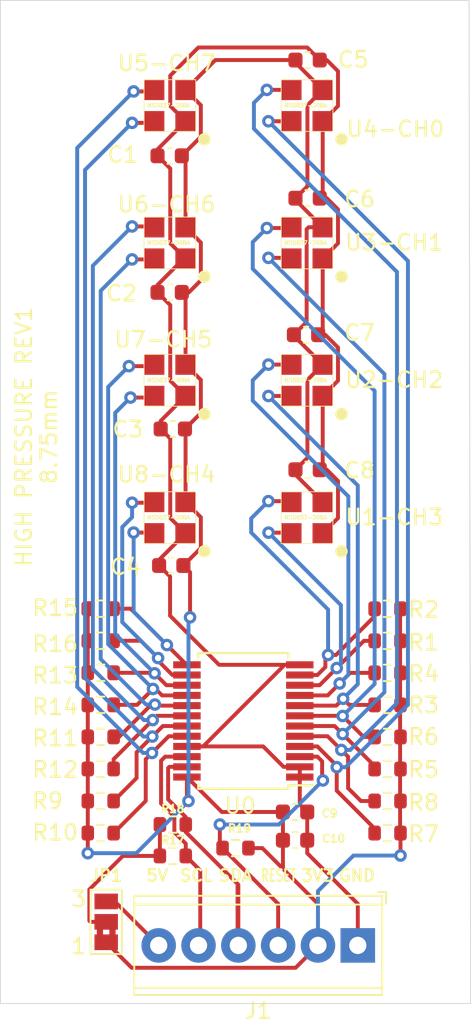
<source format=kicad_pcb>
(kicad_pcb (version 20171130) (host pcbnew "(5.1.12)-1")

  (general
    (thickness 1.6)
    (drawings 11)
    (tracks 387)
    (zones 0)
    (modules 44)
    (nets 24)
  )

  (page A4)
  (layers
    (0 F.Cu signal)
    (31 B.Cu signal)
    (32 B.Adhes user)
    (33 F.Adhes user)
    (34 B.Paste user)
    (35 F.Paste user)
    (36 B.SilkS user)
    (37 F.SilkS user)
    (38 B.Mask user)
    (39 F.Mask user)
    (40 Dwgs.User user)
    (41 Cmts.User user)
    (42 Eco1.User user)
    (43 Eco2.User user)
    (44 Edge.Cuts user)
    (45 Margin user)
    (46 B.CrtYd user)
    (47 F.CrtYd user)
    (48 B.Fab user)
    (49 F.Fab user)
  )

  (setup
    (last_trace_width 0.25)
    (trace_clearance 0.2)
    (zone_clearance 0.508)
    (zone_45_only no)
    (trace_min 0.2)
    (via_size 0.8)
    (via_drill 0.4)
    (via_min_size 0.4)
    (via_min_drill 0.3)
    (uvia_size 0.3)
    (uvia_drill 0.1)
    (uvias_allowed no)
    (uvia_min_size 0.2)
    (uvia_min_drill 0.1)
    (edge_width 0.05)
    (segment_width 0.2)
    (pcb_text_width 0.3)
    (pcb_text_size 1.5 1.5)
    (mod_edge_width 0.12)
    (mod_text_size 1 1)
    (mod_text_width 0.15)
    (pad_size 1.3 1.3)
    (pad_drill 0)
    (pad_to_mask_clearance 0)
    (aux_axis_origin 0 0)
    (visible_elements 7FFDFF7F)
    (pcbplotparams
      (layerselection 0x010fc_ffffffff)
      (usegerberextensions true)
      (usegerberattributes true)
      (usegerberadvancedattributes false)
      (creategerberjobfile false)
      (excludeedgelayer true)
      (linewidth 0.100000)
      (plotframeref false)
      (viasonmask false)
      (mode 1)
      (useauxorigin false)
      (hpglpennumber 1)
      (hpglpenspeed 20)
      (hpglpendiameter 15.000000)
      (psnegative false)
      (psa4output false)
      (plotreference true)
      (plotvalue false)
      (plotinvisibletext false)
      (padsonsilk false)
      (subtractmaskfromsilk true)
      (outputformat 1)
      (mirror false)
      (drillshape 0)
      (scaleselection 1)
      (outputdirectory "gerbers_ds10_large/"))
  )

  (net 0 "")
  (net 1 "Net-(J1-Pad3)")
  (net 2 +3V3)
  (net 3 GND)
  (net 4 "Net-(J1-Pad4)")
  (net 5 "Net-(J1-Pad5)")
  (net 6 "Net-(R1-Pad2)")
  (net 7 "Net-(R2-Pad2)")
  (net 8 "Net-(R3-Pad2)")
  (net 9 "Net-(R4-Pad2)")
  (net 10 "Net-(R5-Pad2)")
  (net 11 "Net-(R6-Pad2)")
  (net 12 "Net-(R7-Pad2)")
  (net 13 "Net-(R8-Pad2)")
  (net 14 "Net-(R9-Pad2)")
  (net 15 "Net-(R10-Pad2)")
  (net 16 "Net-(R11-Pad2)")
  (net 17 "Net-(R12-Pad2)")
  (net 18 "Net-(R13-Pad2)")
  (net 19 "Net-(R14-Pad2)")
  (net 20 "Net-(R15-Pad2)")
  (net 21 "Net-(R16-Pad2)")
  (net 22 +5V)
  (net 23 "Net-(JP1-Pad2)")

  (net_class Default "This is the default net class."
    (clearance 0.2)
    (trace_width 0.25)
    (via_dia 0.8)
    (via_drill 0.4)
    (uvia_dia 0.3)
    (uvia_drill 0.1)
    (add_net +3V3)
    (add_net +5V)
    (add_net GND)
    (add_net "Net-(J1-Pad3)")
    (add_net "Net-(J1-Pad4)")
    (add_net "Net-(J1-Pad5)")
    (add_net "Net-(JP1-Pad2)")
    (add_net "Net-(R1-Pad2)")
    (add_net "Net-(R10-Pad2)")
    (add_net "Net-(R11-Pad2)")
    (add_net "Net-(R12-Pad2)")
    (add_net "Net-(R13-Pad2)")
    (add_net "Net-(R14-Pad2)")
    (add_net "Net-(R15-Pad2)")
    (add_net "Net-(R16-Pad2)")
    (add_net "Net-(R2-Pad2)")
    (add_net "Net-(R3-Pad2)")
    (add_net "Net-(R4-Pad2)")
    (add_net "Net-(R5-Pad2)")
    (add_net "Net-(R6-Pad2)")
    (add_net "Net-(R7-Pad2)")
    (add_net "Net-(R8-Pad2)")
    (add_net "Net-(R9-Pad2)")
  )

  (module Capacitor_SMD:C_0603_1608Metric (layer F.Cu) (tedit 5F68FEEE) (tstamp 61B91F79)
    (at 125.3 43.9)
    (descr "Capacitor SMD 0603 (1608 Metric), square (rectangular) end terminal, IPC_7351 nominal, (Body size source: IPC-SM-782 page 76, https://www.pcb-3d.com/wordpress/wp-content/uploads/ipc-sm-782a_amendment_1_and_2.pdf), generated with kicad-footprint-generator")
    (tags capacitor)
    (path /61C6B183)
    (attr smd)
    (fp_text reference C1 (at -3 -0.08) (layer F.SilkS)
      (effects (font (size 1 1) (thickness 0.15)))
    )
    (fp_text value 06034C104KAT2A (at -8.7 0.12) (layer F.Fab)
      (effects (font (size 1 1) (thickness 0.15)))
    )
    (fp_line (start -0.8 0.4) (end -0.8 -0.4) (layer F.Fab) (width 0.1))
    (fp_line (start -0.8 -0.4) (end 0.8 -0.4) (layer F.Fab) (width 0.1))
    (fp_line (start 0.8 -0.4) (end 0.8 0.4) (layer F.Fab) (width 0.1))
    (fp_line (start 0.8 0.4) (end -0.8 0.4) (layer F.Fab) (width 0.1))
    (fp_line (start -0.14058 -0.51) (end 0.14058 -0.51) (layer F.SilkS) (width 0.12))
    (fp_line (start -0.14058 0.51) (end 0.14058 0.51) (layer F.SilkS) (width 0.12))
    (fp_line (start -1.48 0.73) (end -1.48 -0.73) (layer F.CrtYd) (width 0.05))
    (fp_line (start -1.48 -0.73) (end 1.48 -0.73) (layer F.CrtYd) (width 0.05))
    (fp_line (start 1.48 -0.73) (end 1.48 0.73) (layer F.CrtYd) (width 0.05))
    (fp_line (start 1.48 0.73) (end -1.48 0.73) (layer F.CrtYd) (width 0.05))
    (fp_text user %R (at 0 0) (layer F.Fab)
      (effects (font (size 0.4 0.4) (thickness 0.06)))
    )
    (pad 2 smd roundrect (at 0.775 0) (size 0.9 0.95) (layers F.Cu F.Paste F.Mask) (roundrect_rratio 0.25)
      (net 2 +3V3))
    (pad 1 smd roundrect (at -0.775 0) (size 0.9 0.95) (layers F.Cu F.Paste F.Mask) (roundrect_rratio 0.25)
      (net 3 GND))
    (model ${KISYS3DMOD}/Capacitor_SMD.3dshapes/C_0603_1608Metric.wrl
      (at (xyz 0 0 0))
      (scale (xyz 1 1 1))
      (rotate (xyz 0 0 0))
    )
  )

  (module Capacitor_SMD:C_0603_1608Metric (layer F.Cu) (tedit 5F68FEEE) (tstamp 61B91F8A)
    (at 125.3 52.6)
    (descr "Capacitor SMD 0603 (1608 Metric), square (rectangular) end terminal, IPC_7351 nominal, (Body size source: IPC-SM-782 page 76, https://www.pcb-3d.com/wordpress/wp-content/uploads/ipc-sm-782a_amendment_1_and_2.pdf), generated with kicad-footprint-generator")
    (tags capacitor)
    (path /61CB5F68)
    (attr smd)
    (fp_text reference C2 (at -3.07 0.06) (layer F.SilkS)
      (effects (font (size 1 1) (thickness 0.15)))
    )
    (fp_text value 06034C104KAT2A (at -9.37 -0.14) (layer F.Fab)
      (effects (font (size 1 1) (thickness 0.15)))
    )
    (fp_line (start 1.48 0.73) (end -1.48 0.73) (layer F.CrtYd) (width 0.05))
    (fp_line (start 1.48 -0.73) (end 1.48 0.73) (layer F.CrtYd) (width 0.05))
    (fp_line (start -1.48 -0.73) (end 1.48 -0.73) (layer F.CrtYd) (width 0.05))
    (fp_line (start -1.48 0.73) (end -1.48 -0.73) (layer F.CrtYd) (width 0.05))
    (fp_line (start -0.14058 0.51) (end 0.14058 0.51) (layer F.SilkS) (width 0.12))
    (fp_line (start -0.14058 -0.51) (end 0.14058 -0.51) (layer F.SilkS) (width 0.12))
    (fp_line (start 0.8 0.4) (end -0.8 0.4) (layer F.Fab) (width 0.1))
    (fp_line (start 0.8 -0.4) (end 0.8 0.4) (layer F.Fab) (width 0.1))
    (fp_line (start -0.8 -0.4) (end 0.8 -0.4) (layer F.Fab) (width 0.1))
    (fp_line (start -0.8 0.4) (end -0.8 -0.4) (layer F.Fab) (width 0.1))
    (fp_text user %R (at 0 0) (layer F.Fab)
      (effects (font (size 0.4 0.4) (thickness 0.06)))
    )
    (pad 1 smd roundrect (at -0.775 0) (size 0.9 0.95) (layers F.Cu F.Paste F.Mask) (roundrect_rratio 0.25)
      (net 3 GND))
    (pad 2 smd roundrect (at 0.775 0) (size 0.9 0.95) (layers F.Cu F.Paste F.Mask) (roundrect_rratio 0.25)
      (net 2 +3V3))
    (model ${KISYS3DMOD}/Capacitor_SMD.3dshapes/C_0603_1608Metric.wrl
      (at (xyz 0 0 0))
      (scale (xyz 1 1 1))
      (rotate (xyz 0 0 0))
    )
  )

  (module Capacitor_SMD:C_0603_1608Metric (layer F.Cu) (tedit 5F68FEEE) (tstamp 61B91F9B)
    (at 125.5 61.3)
    (descr "Capacitor SMD 0603 (1608 Metric), square (rectangular) end terminal, IPC_7351 nominal, (Body size source: IPC-SM-782 page 76, https://www.pcb-3d.com/wordpress/wp-content/uploads/ipc-sm-782a_amendment_1_and_2.pdf), generated with kicad-footprint-generator")
    (tags capacitor)
    (path /61CBF7C4)
    (attr smd)
    (fp_text reference C3 (at -2.87 0.02) (layer F.SilkS)
      (effects (font (size 1 1) (thickness 0.15)))
    )
    (fp_text value 06034C104KAT2A (at -8.87 0.02) (layer F.Fab)
      (effects (font (size 1 1) (thickness 0.15)))
    )
    (fp_line (start -0.8 0.4) (end -0.8 -0.4) (layer F.Fab) (width 0.1))
    (fp_line (start -0.8 -0.4) (end 0.8 -0.4) (layer F.Fab) (width 0.1))
    (fp_line (start 0.8 -0.4) (end 0.8 0.4) (layer F.Fab) (width 0.1))
    (fp_line (start 0.8 0.4) (end -0.8 0.4) (layer F.Fab) (width 0.1))
    (fp_line (start -0.14058 -0.51) (end 0.14058 -0.51) (layer F.SilkS) (width 0.12))
    (fp_line (start -0.14058 0.51) (end 0.14058 0.51) (layer F.SilkS) (width 0.12))
    (fp_line (start -1.48 0.73) (end -1.48 -0.73) (layer F.CrtYd) (width 0.05))
    (fp_line (start -1.48 -0.73) (end 1.48 -0.73) (layer F.CrtYd) (width 0.05))
    (fp_line (start 1.48 -0.73) (end 1.48 0.73) (layer F.CrtYd) (width 0.05))
    (fp_line (start 1.48 0.73) (end -1.48 0.73) (layer F.CrtYd) (width 0.05))
    (fp_text user %R (at 0 0) (layer F.Fab)
      (effects (font (size 0.4 0.4) (thickness 0.06)))
    )
    (pad 2 smd roundrect (at 0.775 0) (size 0.9 0.95) (layers F.Cu F.Paste F.Mask) (roundrect_rratio 0.25)
      (net 2 +3V3))
    (pad 1 smd roundrect (at -0.775 0) (size 0.9 0.95) (layers F.Cu F.Paste F.Mask) (roundrect_rratio 0.25)
      (net 3 GND))
    (model ${KISYS3DMOD}/Capacitor_SMD.3dshapes/C_0603_1608Metric.wrl
      (at (xyz 0 0 0))
      (scale (xyz 1 1 1))
      (rotate (xyz 0 0 0))
    )
  )

  (module Capacitor_SMD:C_0603_1608Metric (layer F.Cu) (tedit 5F68FEEE) (tstamp 61B91FAC)
    (at 125.4 70)
    (descr "Capacitor SMD 0603 (1608 Metric), square (rectangular) end terminal, IPC_7351 nominal, (Body size source: IPC-SM-782 page 76, https://www.pcb-3d.com/wordpress/wp-content/uploads/ipc-sm-782a_amendment_1_and_2.pdf), generated with kicad-footprint-generator")
    (tags capacitor)
    (path /61CD0124)
    (attr smd)
    (fp_text reference C4 (at -2.91 0.09) (layer F.SilkS)
      (effects (font (size 1 1) (thickness 0.15)))
    )
    (fp_text value 06034C104KAT2A (at -9.41 0.19) (layer F.Fab)
      (effects (font (size 1 1) (thickness 0.15)))
    )
    (fp_line (start 1.48 0.73) (end -1.48 0.73) (layer F.CrtYd) (width 0.05))
    (fp_line (start 1.48 -0.73) (end 1.48 0.73) (layer F.CrtYd) (width 0.05))
    (fp_line (start -1.48 -0.73) (end 1.48 -0.73) (layer F.CrtYd) (width 0.05))
    (fp_line (start -1.48 0.73) (end -1.48 -0.73) (layer F.CrtYd) (width 0.05))
    (fp_line (start -0.14058 0.51) (end 0.14058 0.51) (layer F.SilkS) (width 0.12))
    (fp_line (start -0.14058 -0.51) (end 0.14058 -0.51) (layer F.SilkS) (width 0.12))
    (fp_line (start 0.8 0.4) (end -0.8 0.4) (layer F.Fab) (width 0.1))
    (fp_line (start 0.8 -0.4) (end 0.8 0.4) (layer F.Fab) (width 0.1))
    (fp_line (start -0.8 -0.4) (end 0.8 -0.4) (layer F.Fab) (width 0.1))
    (fp_line (start -0.8 0.4) (end -0.8 -0.4) (layer F.Fab) (width 0.1))
    (fp_text user %R (at 0 0) (layer F.Fab)
      (effects (font (size 0.4 0.4) (thickness 0.06)))
    )
    (pad 1 smd roundrect (at -0.775 0) (size 0.9 0.95) (layers F.Cu F.Paste F.Mask) (roundrect_rratio 0.25)
      (net 3 GND))
    (pad 2 smd roundrect (at 0.775 0) (size 0.9 0.95) (layers F.Cu F.Paste F.Mask) (roundrect_rratio 0.25)
      (net 2 +3V3))
    (model ${KISYS3DMOD}/Capacitor_SMD.3dshapes/C_0603_1608Metric.wrl
      (at (xyz 0 0 0))
      (scale (xyz 1 1 1))
      (rotate (xyz 0 0 0))
    )
  )

  (module Capacitor_SMD:C_0603_1608Metric (layer F.Cu) (tedit 5F68FEEE) (tstamp 61B91FBD)
    (at 134.1 37.8 180)
    (descr "Capacitor SMD 0603 (1608 Metric), square (rectangular) end terminal, IPC_7351 nominal, (Body size source: IPC-SM-782 page 76, https://www.pcb-3d.com/wordpress/wp-content/uploads/ipc-sm-782a_amendment_1_and_2.pdf), generated with kicad-footprint-generator")
    (tags capacitor)
    (path /61DDC49B)
    (attr smd)
    (fp_text reference C5 (at -2.91 0.03) (layer F.SilkS)
      (effects (font (size 1 1) (thickness 0.15)))
    )
    (fp_text value 06034C104KAT2A (at -8.81 0.03) (layer F.Fab)
      (effects (font (size 1 1) (thickness 0.15)))
    )
    (fp_line (start -0.8 0.4) (end -0.8 -0.4) (layer F.Fab) (width 0.1))
    (fp_line (start -0.8 -0.4) (end 0.8 -0.4) (layer F.Fab) (width 0.1))
    (fp_line (start 0.8 -0.4) (end 0.8 0.4) (layer F.Fab) (width 0.1))
    (fp_line (start 0.8 0.4) (end -0.8 0.4) (layer F.Fab) (width 0.1))
    (fp_line (start -0.14058 -0.51) (end 0.14058 -0.51) (layer F.SilkS) (width 0.12))
    (fp_line (start -0.14058 0.51) (end 0.14058 0.51) (layer F.SilkS) (width 0.12))
    (fp_line (start -1.48 0.73) (end -1.48 -0.73) (layer F.CrtYd) (width 0.05))
    (fp_line (start -1.48 -0.73) (end 1.48 -0.73) (layer F.CrtYd) (width 0.05))
    (fp_line (start 1.48 -0.73) (end 1.48 0.73) (layer F.CrtYd) (width 0.05))
    (fp_line (start 1.48 0.73) (end -1.48 0.73) (layer F.CrtYd) (width 0.05))
    (fp_text user %R (at 0 0) (layer F.Fab)
      (effects (font (size 0.4 0.4) (thickness 0.06)))
    )
    (pad 2 smd roundrect (at 0.775 0 180) (size 0.9 0.95) (layers F.Cu F.Paste F.Mask) (roundrect_rratio 0.25)
      (net 2 +3V3))
    (pad 1 smd roundrect (at -0.775 0 180) (size 0.9 0.95) (layers F.Cu F.Paste F.Mask) (roundrect_rratio 0.25)
      (net 3 GND))
    (model ${KISYS3DMOD}/Capacitor_SMD.3dshapes/C_0603_1608Metric.wrl
      (at (xyz 0 0 0))
      (scale (xyz 1 1 1))
      (rotate (xyz 0 0 0))
    )
  )

  (module Capacitor_SMD:C_0603_1608Metric (layer F.Cu) (tedit 5F68FEEE) (tstamp 61B91FCE)
    (at 134.1 46.6 180)
    (descr "Capacitor SMD 0603 (1608 Metric), square (rectangular) end terminal, IPC_7351 nominal, (Body size source: IPC-SM-782 page 76, https://www.pcb-3d.com/wordpress/wp-content/uploads/ipc-sm-782a_amendment_1_and_2.pdf), generated with kicad-footprint-generator")
    (tags capacitor)
    (path /61DDC4D7)
    (attr smd)
    (fp_text reference C6 (at -3.32 -0.06) (layer F.SilkS)
      (effects (font (size 1 1) (thickness 0.15)))
    )
    (fp_text value 06034C104KAT2A (at -8.82 0.44) (layer F.Fab)
      (effects (font (size 1 1) (thickness 0.15)))
    )
    (fp_line (start 1.48 0.73) (end -1.48 0.73) (layer F.CrtYd) (width 0.05))
    (fp_line (start 1.48 -0.73) (end 1.48 0.73) (layer F.CrtYd) (width 0.05))
    (fp_line (start -1.48 -0.73) (end 1.48 -0.73) (layer F.CrtYd) (width 0.05))
    (fp_line (start -1.48 0.73) (end -1.48 -0.73) (layer F.CrtYd) (width 0.05))
    (fp_line (start -0.14058 0.51) (end 0.14058 0.51) (layer F.SilkS) (width 0.12))
    (fp_line (start -0.14058 -0.51) (end 0.14058 -0.51) (layer F.SilkS) (width 0.12))
    (fp_line (start 0.8 0.4) (end -0.8 0.4) (layer F.Fab) (width 0.1))
    (fp_line (start 0.8 -0.4) (end 0.8 0.4) (layer F.Fab) (width 0.1))
    (fp_line (start -0.8 -0.4) (end 0.8 -0.4) (layer F.Fab) (width 0.1))
    (fp_line (start -0.8 0.4) (end -0.8 -0.4) (layer F.Fab) (width 0.1))
    (fp_text user %R (at 0 0) (layer F.Fab)
      (effects (font (size 0.4 0.4) (thickness 0.06)))
    )
    (pad 1 smd roundrect (at -0.775 0 180) (size 0.9 0.95) (layers F.Cu F.Paste F.Mask) (roundrect_rratio 0.25)
      (net 3 GND))
    (pad 2 smd roundrect (at 0.775 0 180) (size 0.9 0.95) (layers F.Cu F.Paste F.Mask) (roundrect_rratio 0.25)
      (net 2 +3V3))
    (model ${KISYS3DMOD}/Capacitor_SMD.3dshapes/C_0603_1608Metric.wrl
      (at (xyz 0 0 0))
      (scale (xyz 1 1 1))
      (rotate (xyz 0 0 0))
    )
  )

  (module Capacitor_SMD:C_0603_1608Metric (layer F.Cu) (tedit 5F68FEEE) (tstamp 61B91FDF)
    (at 134 55.3 180)
    (descr "Capacitor SMD 0603 (1608 Metric), square (rectangular) end terminal, IPC_7351 nominal, (Body size source: IPC-SM-782 page 76, https://www.pcb-3d.com/wordpress/wp-content/uploads/ipc-sm-782a_amendment_1_and_2.pdf), generated with kicad-footprint-generator")
    (tags capacitor)
    (path /61DDC519)
    (attr smd)
    (fp_text reference C7 (at -3.41 0.13) (layer F.SilkS)
      (effects (font (size 1 1) (thickness 0.15)))
    )
    (fp_text value 06034C104KAT2A (at -9.31 0.23) (layer F.Fab)
      (effects (font (size 1 1) (thickness 0.15)))
    )
    (fp_line (start 1.48 0.73) (end -1.48 0.73) (layer F.CrtYd) (width 0.05))
    (fp_line (start 1.48 -0.73) (end 1.48 0.73) (layer F.CrtYd) (width 0.05))
    (fp_line (start -1.48 -0.73) (end 1.48 -0.73) (layer F.CrtYd) (width 0.05))
    (fp_line (start -1.48 0.73) (end -1.48 -0.73) (layer F.CrtYd) (width 0.05))
    (fp_line (start -0.14058 0.51) (end 0.14058 0.51) (layer F.SilkS) (width 0.12))
    (fp_line (start -0.14058 -0.51) (end 0.14058 -0.51) (layer F.SilkS) (width 0.12))
    (fp_line (start 0.8 0.4) (end -0.8 0.4) (layer F.Fab) (width 0.1))
    (fp_line (start 0.8 -0.4) (end 0.8 0.4) (layer F.Fab) (width 0.1))
    (fp_line (start -0.8 -0.4) (end 0.8 -0.4) (layer F.Fab) (width 0.1))
    (fp_line (start -0.8 0.4) (end -0.8 -0.4) (layer F.Fab) (width 0.1))
    (fp_text user %R (at 0 0) (layer F.Fab)
      (effects (font (size 0.4 0.4) (thickness 0.06)))
    )
    (pad 1 smd roundrect (at -0.775 0 180) (size 0.9 0.95) (layers F.Cu F.Paste F.Mask) (roundrect_rratio 0.25)
      (net 3 GND))
    (pad 2 smd roundrect (at 0.775 0 180) (size 0.9 0.95) (layers F.Cu F.Paste F.Mask) (roundrect_rratio 0.25)
      (net 2 +3V3))
    (model ${KISYS3DMOD}/Capacitor_SMD.3dshapes/C_0603_1608Metric.wrl
      (at (xyz 0 0 0))
      (scale (xyz 1 1 1))
      (rotate (xyz 0 0 0))
    )
  )

  (module Capacitor_SMD:C_0603_1608Metric (layer F.Cu) (tedit 5F68FEEE) (tstamp 61B91FF0)
    (at 134.1 63.9 180)
    (descr "Capacitor SMD 0603 (1608 Metric), square (rectangular) end terminal, IPC_7351 nominal, (Body size source: IPC-SM-782 page 76, https://www.pcb-3d.com/wordpress/wp-content/uploads/ipc-sm-782a_amendment_1_and_2.pdf), generated with kicad-footprint-generator")
    (tags capacitor)
    (path /61DDC55B)
    (attr smd)
    (fp_text reference C8 (at -3.32 -0.04) (layer F.SilkS)
      (effects (font (size 1 1) (thickness 0.15)))
    )
    (fp_text value 06034C104KAT2A (at -9.32 -0.04) (layer F.Fab)
      (effects (font (size 1 1) (thickness 0.15)))
    )
    (fp_line (start -0.8 0.4) (end -0.8 -0.4) (layer F.Fab) (width 0.1))
    (fp_line (start -0.8 -0.4) (end 0.8 -0.4) (layer F.Fab) (width 0.1))
    (fp_line (start 0.8 -0.4) (end 0.8 0.4) (layer F.Fab) (width 0.1))
    (fp_line (start 0.8 0.4) (end -0.8 0.4) (layer F.Fab) (width 0.1))
    (fp_line (start -0.14058 -0.51) (end 0.14058 -0.51) (layer F.SilkS) (width 0.12))
    (fp_line (start -0.14058 0.51) (end 0.14058 0.51) (layer F.SilkS) (width 0.12))
    (fp_line (start -1.48 0.73) (end -1.48 -0.73) (layer F.CrtYd) (width 0.05))
    (fp_line (start -1.48 -0.73) (end 1.48 -0.73) (layer F.CrtYd) (width 0.05))
    (fp_line (start 1.48 -0.73) (end 1.48 0.73) (layer F.CrtYd) (width 0.05))
    (fp_line (start 1.48 0.73) (end -1.48 0.73) (layer F.CrtYd) (width 0.05))
    (fp_text user %R (at 0 0) (layer F.Fab)
      (effects (font (size 0.4 0.4) (thickness 0.06)))
    )
    (pad 2 smd roundrect (at 0.775 0 180) (size 0.9 0.95) (layers F.Cu F.Paste F.Mask) (roundrect_rratio 0.25)
      (net 2 +3V3))
    (pad 1 smd roundrect (at -0.775 0 180) (size 0.9 0.95) (layers F.Cu F.Paste F.Mask) (roundrect_rratio 0.25)
      (net 3 GND))
    (model ${KISYS3DMOD}/Capacitor_SMD.3dshapes/C_0603_1608Metric.wrl
      (at (xyz 0 0 0))
      (scale (xyz 1 1 1))
      (rotate (xyz 0 0 0))
    )
  )

  (module Capacitor_SMD:C_0603_1608Metric (layer F.Cu) (tedit 5F68FEEE) (tstamp 61B92001)
    (at 133.3 85.7)
    (descr "Capacitor SMD 0603 (1608 Metric), square (rectangular) end terminal, IPC_7351 nominal, (Body size source: IPC-SM-782 page 76, https://www.pcb-3d.com/wordpress/wp-content/uploads/ipc-sm-782a_amendment_1_and_2.pdf), generated with kicad-footprint-generator")
    (tags capacitor)
    (path /61ADC204)
    (attr smd)
    (fp_text reference C9 (at 2.2 0.1) (layer F.SilkS)
      (effects (font (size 0.5 0.5) (thickness 0.125)))
    )
    (fp_text value C (at 0 1.43) (layer F.Fab)
      (effects (font (size 1 1) (thickness 0.15)))
    )
    (fp_line (start 1.48 0.73) (end -1.48 0.73) (layer F.CrtYd) (width 0.05))
    (fp_line (start 1.48 -0.73) (end 1.48 0.73) (layer F.CrtYd) (width 0.05))
    (fp_line (start -1.48 -0.73) (end 1.48 -0.73) (layer F.CrtYd) (width 0.05))
    (fp_line (start -1.48 0.73) (end -1.48 -0.73) (layer F.CrtYd) (width 0.05))
    (fp_line (start -0.14058 0.51) (end 0.14058 0.51) (layer F.SilkS) (width 0.12))
    (fp_line (start -0.14058 -0.51) (end 0.14058 -0.51) (layer F.SilkS) (width 0.12))
    (fp_line (start 0.8 0.4) (end -0.8 0.4) (layer F.Fab) (width 0.1))
    (fp_line (start 0.8 -0.4) (end 0.8 0.4) (layer F.Fab) (width 0.1))
    (fp_line (start -0.8 -0.4) (end 0.8 -0.4) (layer F.Fab) (width 0.1))
    (fp_line (start -0.8 0.4) (end -0.8 -0.4) (layer F.Fab) (width 0.1))
    (fp_text user %R (at 0 0) (layer F.Fab)
      (effects (font (size 0.4 0.4) (thickness 0.06)))
    )
    (pad 1 smd roundrect (at -0.775 0) (size 0.9 0.95) (layers F.Cu F.Paste F.Mask) (roundrect_rratio 0.25)
      (net 2 +3V3))
    (pad 2 smd roundrect (at 0.775 0) (size 0.9 0.95) (layers F.Cu F.Paste F.Mask) (roundrect_rratio 0.25)
      (net 3 GND))
    (model ${KISYS3DMOD}/Capacitor_SMD.3dshapes/C_0603_1608Metric.wrl
      (at (xyz 0 0 0))
      (scale (xyz 1 1 1))
      (rotate (xyz 0 0 0))
    )
  )

  (module Capacitor_SMD:C_0603_1608Metric (layer F.Cu) (tedit 5F68FEEE) (tstamp 61B92012)
    (at 133.3 87.5)
    (descr "Capacitor SMD 0603 (1608 Metric), square (rectangular) end terminal, IPC_7351 nominal, (Body size source: IPC-SM-782 page 76, https://www.pcb-3d.com/wordpress/wp-content/uploads/ipc-sm-782a_amendment_1_and_2.pdf), generated with kicad-footprint-generator")
    (tags capacitor)
    (path /61B060DB)
    (attr smd)
    (fp_text reference C10 (at 2.45 -0.1) (layer F.SilkS)
      (effects (font (size 0.5 0.5) (thickness 0.125)))
    )
    (fp_text value C (at 0 1.43) (layer F.Fab)
      (effects (font (size 1 1) (thickness 0.15)))
    )
    (fp_line (start -0.8 0.4) (end -0.8 -0.4) (layer F.Fab) (width 0.1))
    (fp_line (start -0.8 -0.4) (end 0.8 -0.4) (layer F.Fab) (width 0.1))
    (fp_line (start 0.8 -0.4) (end 0.8 0.4) (layer F.Fab) (width 0.1))
    (fp_line (start 0.8 0.4) (end -0.8 0.4) (layer F.Fab) (width 0.1))
    (fp_line (start -0.14058 -0.51) (end 0.14058 -0.51) (layer F.SilkS) (width 0.12))
    (fp_line (start -0.14058 0.51) (end 0.14058 0.51) (layer F.SilkS) (width 0.12))
    (fp_line (start -1.48 0.73) (end -1.48 -0.73) (layer F.CrtYd) (width 0.05))
    (fp_line (start -1.48 -0.73) (end 1.48 -0.73) (layer F.CrtYd) (width 0.05))
    (fp_line (start 1.48 -0.73) (end 1.48 0.73) (layer F.CrtYd) (width 0.05))
    (fp_line (start 1.48 0.73) (end -1.48 0.73) (layer F.CrtYd) (width 0.05))
    (fp_text user %R (at 0 0) (layer F.Fab)
      (effects (font (size 0.4 0.4) (thickness 0.06)))
    )
    (pad 2 smd roundrect (at 0.775 0) (size 0.9 0.95) (layers F.Cu F.Paste F.Mask) (roundrect_rratio 0.25)
      (net 3 GND))
    (pad 1 smd roundrect (at -0.775 0) (size 0.9 0.95) (layers F.Cu F.Paste F.Mask) (roundrect_rratio 0.25)
      (net 2 +3V3))
    (model ${KISYS3DMOD}/Capacitor_SMD.3dshapes/C_0603_1608Metric.wrl
      (at (xyz 0 0 0))
      (scale (xyz 1 1 1))
      (rotate (xyz 0 0 0))
    )
  )

  (module Resistor_SMD:R_0603_1608Metric (layer F.Cu) (tedit 5F68FEEE) (tstamp 61B9207D)
    (at 139.2 74.797958 180)
    (descr "Resistor SMD 0603 (1608 Metric), square (rectangular) end terminal, IPC_7351 nominal, (Body size source: IPC-SM-782 page 72, https://www.pcb-3d.com/wordpress/wp-content/uploads/ipc-sm-782a_amendment_1_and_2.pdf), generated with kicad-footprint-generator")
    (tags resistor)
    (path /61C94E47)
    (attr smd)
    (fp_text reference R1 (at -2.3 -0.102042) (layer F.SilkS)
      (effects (font (size 1 1) (thickness 0.15)))
    )
    (fp_text value R (at 0 1.43) (layer F.Fab)
      (effects (font (size 1 1) (thickness 0.15)))
    )
    (fp_line (start -0.8 0.4125) (end -0.8 -0.4125) (layer F.Fab) (width 0.1))
    (fp_line (start -0.8 -0.4125) (end 0.8 -0.4125) (layer F.Fab) (width 0.1))
    (fp_line (start 0.8 -0.4125) (end 0.8 0.4125) (layer F.Fab) (width 0.1))
    (fp_line (start 0.8 0.4125) (end -0.8 0.4125) (layer F.Fab) (width 0.1))
    (fp_line (start -0.237258 -0.5225) (end 0.237258 -0.5225) (layer F.SilkS) (width 0.12))
    (fp_line (start -0.237258 0.5225) (end 0.237258 0.5225) (layer F.SilkS) (width 0.12))
    (fp_line (start -1.48 0.73) (end -1.48 -0.73) (layer F.CrtYd) (width 0.05))
    (fp_line (start -1.48 -0.73) (end 1.48 -0.73) (layer F.CrtYd) (width 0.05))
    (fp_line (start 1.48 -0.73) (end 1.48 0.73) (layer F.CrtYd) (width 0.05))
    (fp_line (start 1.48 0.73) (end -1.48 0.73) (layer F.CrtYd) (width 0.05))
    (fp_text user %R (at 0 0) (layer F.Fab)
      (effects (font (size 0.4 0.4) (thickness 0.06)))
    )
    (pad 2 smd roundrect (at 0.825 0 180) (size 0.8 0.95) (layers F.Cu F.Paste F.Mask) (roundrect_rratio 0.25)
      (net 6 "Net-(R1-Pad2)"))
    (pad 1 smd roundrect (at -0.825 0 180) (size 0.8 0.95) (layers F.Cu F.Paste F.Mask) (roundrect_rratio 0.25)
      (net 2 +3V3))
    (model ${KISYS3DMOD}/Resistor_SMD.3dshapes/R_0603_1608Metric.wrl
      (at (xyz 0 0 0))
      (scale (xyz 1 1 1))
      (rotate (xyz 0 0 0))
    )
  )

  (module Resistor_SMD:R_0603_1608Metric (layer F.Cu) (tedit 5F68FEEE) (tstamp 61B9208E)
    (at 139.2 72.757142 180)
    (descr "Resistor SMD 0603 (1608 Metric), square (rectangular) end terminal, IPC_7351 nominal, (Body size source: IPC-SM-782 page 72, https://www.pcb-3d.com/wordpress/wp-content/uploads/ipc-sm-782a_amendment_1_and_2.pdf), generated with kicad-footprint-generator")
    (tags resistor)
    (path /61C9104B)
    (attr smd)
    (fp_text reference R2 (at -2.3 -0.042858) (layer F.SilkS)
      (effects (font (size 1 1) (thickness 0.15)))
    )
    (fp_text value R (at 0 1.43) (layer F.Fab)
      (effects (font (size 1 1) (thickness 0.15)))
    )
    (fp_line (start 1.48 0.73) (end -1.48 0.73) (layer F.CrtYd) (width 0.05))
    (fp_line (start 1.48 -0.73) (end 1.48 0.73) (layer F.CrtYd) (width 0.05))
    (fp_line (start -1.48 -0.73) (end 1.48 -0.73) (layer F.CrtYd) (width 0.05))
    (fp_line (start -1.48 0.73) (end -1.48 -0.73) (layer F.CrtYd) (width 0.05))
    (fp_line (start -0.237258 0.5225) (end 0.237258 0.5225) (layer F.SilkS) (width 0.12))
    (fp_line (start -0.237258 -0.5225) (end 0.237258 -0.5225) (layer F.SilkS) (width 0.12))
    (fp_line (start 0.8 0.4125) (end -0.8 0.4125) (layer F.Fab) (width 0.1))
    (fp_line (start 0.8 -0.4125) (end 0.8 0.4125) (layer F.Fab) (width 0.1))
    (fp_line (start -0.8 -0.4125) (end 0.8 -0.4125) (layer F.Fab) (width 0.1))
    (fp_line (start -0.8 0.4125) (end -0.8 -0.4125) (layer F.Fab) (width 0.1))
    (fp_text user %R (at 0 0 180) (layer F.Fab)
      (effects (font (size 0.4 0.4) (thickness 0.06)))
    )
    (pad 1 smd roundrect (at -0.825 0 180) (size 0.8 0.95) (layers F.Cu F.Paste F.Mask) (roundrect_rratio 0.25)
      (net 2 +3V3))
    (pad 2 smd roundrect (at 0.825 0 180) (size 0.8 0.95) (layers F.Cu F.Paste F.Mask) (roundrect_rratio 0.25)
      (net 7 "Net-(R2-Pad2)"))
    (model ${KISYS3DMOD}/Resistor_SMD.3dshapes/R_0603_1608Metric.wrl
      (at (xyz 0 0 0))
      (scale (xyz 1 1 1))
      (rotate (xyz 0 0 0))
    )
  )

  (module Resistor_SMD:R_0603_1608Metric (layer F.Cu) (tedit 5F68FEEE) (tstamp 61B9209F)
    (at 139.2 78.87959 180)
    (descr "Resistor SMD 0603 (1608 Metric), square (rectangular) end terminal, IPC_7351 nominal, (Body size source: IPC-SM-782 page 72, https://www.pcb-3d.com/wordpress/wp-content/uploads/ipc-sm-782a_amendment_1_and_2.pdf), generated with kicad-footprint-generator")
    (tags resistor)
    (path /61CB5F78)
    (attr smd)
    (fp_text reference R3 (at -2.3 -0.02041) (layer F.SilkS)
      (effects (font (size 1 1) (thickness 0.15)))
    )
    (fp_text value R (at 0 1.43) (layer F.Fab)
      (effects (font (size 1 1) (thickness 0.15)))
    )
    (fp_line (start 1.48 0.73) (end -1.48 0.73) (layer F.CrtYd) (width 0.05))
    (fp_line (start 1.48 -0.73) (end 1.48 0.73) (layer F.CrtYd) (width 0.05))
    (fp_line (start -1.48 -0.73) (end 1.48 -0.73) (layer F.CrtYd) (width 0.05))
    (fp_line (start -1.48 0.73) (end -1.48 -0.73) (layer F.CrtYd) (width 0.05))
    (fp_line (start -0.237258 0.5225) (end 0.237258 0.5225) (layer F.SilkS) (width 0.12))
    (fp_line (start -0.237258 -0.5225) (end 0.237258 -0.5225) (layer F.SilkS) (width 0.12))
    (fp_line (start 0.8 0.4125) (end -0.8 0.4125) (layer F.Fab) (width 0.1))
    (fp_line (start 0.8 -0.4125) (end 0.8 0.4125) (layer F.Fab) (width 0.1))
    (fp_line (start -0.8 -0.4125) (end 0.8 -0.4125) (layer F.Fab) (width 0.1))
    (fp_line (start -0.8 0.4125) (end -0.8 -0.4125) (layer F.Fab) (width 0.1))
    (fp_text user %R (at 0 0 180) (layer F.Fab)
      (effects (font (size 0.4 0.4) (thickness 0.06)))
    )
    (pad 1 smd roundrect (at -0.825 0 180) (size 0.8 0.95) (layers F.Cu F.Paste F.Mask) (roundrect_rratio 0.25)
      (net 2 +3V3))
    (pad 2 smd roundrect (at 0.825 0 180) (size 0.8 0.95) (layers F.Cu F.Paste F.Mask) (roundrect_rratio 0.25)
      (net 8 "Net-(R3-Pad2)"))
    (model ${KISYS3DMOD}/Resistor_SMD.3dshapes/R_0603_1608Metric.wrl
      (at (xyz 0 0 0))
      (scale (xyz 1 1 1))
      (rotate (xyz 0 0 0))
    )
  )

  (module Resistor_SMD:R_0603_1608Metric (layer F.Cu) (tedit 5F68FEEE) (tstamp 61B920B0)
    (at 139.2 76.838774 180)
    (descr "Resistor SMD 0603 (1608 Metric), square (rectangular) end terminal, IPC_7351 nominal, (Body size source: IPC-SM-782 page 72, https://www.pcb-3d.com/wordpress/wp-content/uploads/ipc-sm-782a_amendment_1_and_2.pdf), generated with kicad-footprint-generator")
    (tags resistor)
    (path /61CB5F72)
    (attr smd)
    (fp_text reference R4 (at -2.3 -0.061226) (layer F.SilkS)
      (effects (font (size 1 1) (thickness 0.15)))
    )
    (fp_text value R (at 0 1.43) (layer F.Fab)
      (effects (font (size 1 1) (thickness 0.15)))
    )
    (fp_line (start -0.8 0.4125) (end -0.8 -0.4125) (layer F.Fab) (width 0.1))
    (fp_line (start -0.8 -0.4125) (end 0.8 -0.4125) (layer F.Fab) (width 0.1))
    (fp_line (start 0.8 -0.4125) (end 0.8 0.4125) (layer F.Fab) (width 0.1))
    (fp_line (start 0.8 0.4125) (end -0.8 0.4125) (layer F.Fab) (width 0.1))
    (fp_line (start -0.237258 -0.5225) (end 0.237258 -0.5225) (layer F.SilkS) (width 0.12))
    (fp_line (start -0.237258 0.5225) (end 0.237258 0.5225) (layer F.SilkS) (width 0.12))
    (fp_line (start -1.48 0.73) (end -1.48 -0.73) (layer F.CrtYd) (width 0.05))
    (fp_line (start -1.48 -0.73) (end 1.48 -0.73) (layer F.CrtYd) (width 0.05))
    (fp_line (start 1.48 -0.73) (end 1.48 0.73) (layer F.CrtYd) (width 0.05))
    (fp_line (start 1.48 0.73) (end -1.48 0.73) (layer F.CrtYd) (width 0.05))
    (fp_text user %R (at 0 0) (layer F.Fab)
      (effects (font (size 0.4 0.4) (thickness 0.06)))
    )
    (pad 2 smd roundrect (at 0.825 0 180) (size 0.8 0.95) (layers F.Cu F.Paste F.Mask) (roundrect_rratio 0.25)
      (net 9 "Net-(R4-Pad2)"))
    (pad 1 smd roundrect (at -0.825 0 180) (size 0.8 0.95) (layers F.Cu F.Paste F.Mask) (roundrect_rratio 0.25)
      (net 2 +3V3))
    (model ${KISYS3DMOD}/Resistor_SMD.3dshapes/R_0603_1608Metric.wrl
      (at (xyz 0 0 0))
      (scale (xyz 1 1 1))
      (rotate (xyz 0 0 0))
    )
  )

  (module Resistor_SMD:R_0603_1608Metric (layer F.Cu) (tedit 5F68FEEE) (tstamp 61B920C1)
    (at 139.2 82.961222 180)
    (descr "Resistor SMD 0603 (1608 Metric), square (rectangular) end terminal, IPC_7351 nominal, (Body size source: IPC-SM-782 page 72, https://www.pcb-3d.com/wordpress/wp-content/uploads/ipc-sm-782a_amendment_1_and_2.pdf), generated with kicad-footprint-generator")
    (tags resistor)
    (path /61CBF7D4)
    (attr smd)
    (fp_text reference R5 (at -2.3 -0.038778) (layer F.SilkS)
      (effects (font (size 1 1) (thickness 0.15)))
    )
    (fp_text value R (at 0 1.43) (layer F.Fab)
      (effects (font (size 1 1) (thickness 0.15)))
    )
    (fp_line (start -0.8 0.4125) (end -0.8 -0.4125) (layer F.Fab) (width 0.1))
    (fp_line (start -0.8 -0.4125) (end 0.8 -0.4125) (layer F.Fab) (width 0.1))
    (fp_line (start 0.8 -0.4125) (end 0.8 0.4125) (layer F.Fab) (width 0.1))
    (fp_line (start 0.8 0.4125) (end -0.8 0.4125) (layer F.Fab) (width 0.1))
    (fp_line (start -0.237258 -0.5225) (end 0.237258 -0.5225) (layer F.SilkS) (width 0.12))
    (fp_line (start -0.237258 0.5225) (end 0.237258 0.5225) (layer F.SilkS) (width 0.12))
    (fp_line (start -1.48 0.73) (end -1.48 -0.73) (layer F.CrtYd) (width 0.05))
    (fp_line (start -1.48 -0.73) (end 1.48 -0.73) (layer F.CrtYd) (width 0.05))
    (fp_line (start 1.48 -0.73) (end 1.48 0.73) (layer F.CrtYd) (width 0.05))
    (fp_line (start 1.48 0.73) (end -1.48 0.73) (layer F.CrtYd) (width 0.05))
    (fp_text user %R (at 0 0) (layer F.Fab)
      (effects (font (size 0.4 0.4) (thickness 0.06)))
    )
    (pad 2 smd roundrect (at 0.825 0 180) (size 0.8 0.95) (layers F.Cu F.Paste F.Mask) (roundrect_rratio 0.25)
      (net 10 "Net-(R5-Pad2)"))
    (pad 1 smd roundrect (at -0.825 0 180) (size 0.8 0.95) (layers F.Cu F.Paste F.Mask) (roundrect_rratio 0.25)
      (net 2 +3V3))
    (model ${KISYS3DMOD}/Resistor_SMD.3dshapes/R_0603_1608Metric.wrl
      (at (xyz 0 0 0))
      (scale (xyz 1 1 1))
      (rotate (xyz 0 0 0))
    )
  )

  (module Resistor_SMD:R_0603_1608Metric (layer F.Cu) (tedit 5F68FEEE) (tstamp 61B920D2)
    (at 139.2 80.920406 180)
    (descr "Resistor SMD 0603 (1608 Metric), square (rectangular) end terminal, IPC_7351 nominal, (Body size source: IPC-SM-782 page 72, https://www.pcb-3d.com/wordpress/wp-content/uploads/ipc-sm-782a_amendment_1_and_2.pdf), generated with kicad-footprint-generator")
    (tags resistor)
    (path /61CBF7CE)
    (attr smd)
    (fp_text reference R6 (at -2.3 0.020406) (layer F.SilkS)
      (effects (font (size 1 1) (thickness 0.15)))
    )
    (fp_text value R (at 0 1.43) (layer F.Fab)
      (effects (font (size 1 1) (thickness 0.15)))
    )
    (fp_line (start 1.48 0.73) (end -1.48 0.73) (layer F.CrtYd) (width 0.05))
    (fp_line (start 1.48 -0.73) (end 1.48 0.73) (layer F.CrtYd) (width 0.05))
    (fp_line (start -1.48 -0.73) (end 1.48 -0.73) (layer F.CrtYd) (width 0.05))
    (fp_line (start -1.48 0.73) (end -1.48 -0.73) (layer F.CrtYd) (width 0.05))
    (fp_line (start -0.237258 0.5225) (end 0.237258 0.5225) (layer F.SilkS) (width 0.12))
    (fp_line (start -0.237258 -0.5225) (end 0.237258 -0.5225) (layer F.SilkS) (width 0.12))
    (fp_line (start 0.8 0.4125) (end -0.8 0.4125) (layer F.Fab) (width 0.1))
    (fp_line (start 0.8 -0.4125) (end 0.8 0.4125) (layer F.Fab) (width 0.1))
    (fp_line (start -0.8 -0.4125) (end 0.8 -0.4125) (layer F.Fab) (width 0.1))
    (fp_line (start -0.8 0.4125) (end -0.8 -0.4125) (layer F.Fab) (width 0.1))
    (fp_text user %R (at 0 0) (layer F.Fab)
      (effects (font (size 0.4 0.4) (thickness 0.06)))
    )
    (pad 1 smd roundrect (at -0.825 0 180) (size 0.8 0.95) (layers F.Cu F.Paste F.Mask) (roundrect_rratio 0.25)
      (net 2 +3V3))
    (pad 2 smd roundrect (at 0.825 0 180) (size 0.8 0.95) (layers F.Cu F.Paste F.Mask) (roundrect_rratio 0.25)
      (net 11 "Net-(R6-Pad2)"))
    (model ${KISYS3DMOD}/Resistor_SMD.3dshapes/R_0603_1608Metric.wrl
      (at (xyz 0 0 0))
      (scale (xyz 1 1 1))
      (rotate (xyz 0 0 0))
    )
  )

  (module Resistor_SMD:R_0603_1608Metric (layer F.Cu) (tedit 5F68FEEE) (tstamp 61B920E3)
    (at 139.2 87.042857 180)
    (descr "Resistor SMD 0603 (1608 Metric), square (rectangular) end terminal, IPC_7351 nominal, (Body size source: IPC-SM-782 page 72, https://www.pcb-3d.com/wordpress/wp-content/uploads/ipc-sm-782a_amendment_1_and_2.pdf), generated with kicad-footprint-generator")
    (tags resistor)
    (path /61CD0134)
    (attr smd)
    (fp_text reference R7 (at -2.3 -0.057143) (layer F.SilkS)
      (effects (font (size 1 1) (thickness 0.15)))
    )
    (fp_text value R (at 0 1.43) (layer F.Fab)
      (effects (font (size 1 1) (thickness 0.15)))
    )
    (fp_line (start 1.48 0.73) (end -1.48 0.73) (layer F.CrtYd) (width 0.05))
    (fp_line (start 1.48 -0.73) (end 1.48 0.73) (layer F.CrtYd) (width 0.05))
    (fp_line (start -1.48 -0.73) (end 1.48 -0.73) (layer F.CrtYd) (width 0.05))
    (fp_line (start -1.48 0.73) (end -1.48 -0.73) (layer F.CrtYd) (width 0.05))
    (fp_line (start -0.237258 0.5225) (end 0.237258 0.5225) (layer F.SilkS) (width 0.12))
    (fp_line (start -0.237258 -0.5225) (end 0.237258 -0.5225) (layer F.SilkS) (width 0.12))
    (fp_line (start 0.8 0.4125) (end -0.8 0.4125) (layer F.Fab) (width 0.1))
    (fp_line (start 0.8 -0.4125) (end 0.8 0.4125) (layer F.Fab) (width 0.1))
    (fp_line (start -0.8 -0.4125) (end 0.8 -0.4125) (layer F.Fab) (width 0.1))
    (fp_line (start -0.8 0.4125) (end -0.8 -0.4125) (layer F.Fab) (width 0.1))
    (fp_text user %R (at 0 0) (layer F.Fab)
      (effects (font (size 0.4 0.4) (thickness 0.06)))
    )
    (pad 1 smd roundrect (at -0.825 0 180) (size 0.8 0.95) (layers F.Cu F.Paste F.Mask) (roundrect_rratio 0.25)
      (net 2 +3V3))
    (pad 2 smd roundrect (at 0.825 0 180) (size 0.8 0.95) (layers F.Cu F.Paste F.Mask) (roundrect_rratio 0.25)
      (net 12 "Net-(R7-Pad2)"))
    (model ${KISYS3DMOD}/Resistor_SMD.3dshapes/R_0603_1608Metric.wrl
      (at (xyz 0 0 0))
      (scale (xyz 1 1 1))
      (rotate (xyz 0 0 0))
    )
  )

  (module Resistor_SMD:R_0603_1608Metric (layer F.Cu) (tedit 5F68FEEE) (tstamp 61B920F4)
    (at 139.2 85.002038 180)
    (descr "Resistor SMD 0603 (1608 Metric), square (rectangular) end terminal, IPC_7351 nominal, (Body size source: IPC-SM-782 page 72, https://www.pcb-3d.com/wordpress/wp-content/uploads/ipc-sm-782a_amendment_1_and_2.pdf), generated with kicad-footprint-generator")
    (tags resistor)
    (path /61CD012E)
    (attr smd)
    (fp_text reference R8 (at -2.3 -0.097962) (layer F.SilkS)
      (effects (font (size 1 1) (thickness 0.15)))
    )
    (fp_text value R (at 0 1.43) (layer F.Fab)
      (effects (font (size 1 1) (thickness 0.15)))
    )
    (fp_line (start -0.8 0.4125) (end -0.8 -0.4125) (layer F.Fab) (width 0.1))
    (fp_line (start -0.8 -0.4125) (end 0.8 -0.4125) (layer F.Fab) (width 0.1))
    (fp_line (start 0.8 -0.4125) (end 0.8 0.4125) (layer F.Fab) (width 0.1))
    (fp_line (start 0.8 0.4125) (end -0.8 0.4125) (layer F.Fab) (width 0.1))
    (fp_line (start -0.237258 -0.5225) (end 0.237258 -0.5225) (layer F.SilkS) (width 0.12))
    (fp_line (start -0.237258 0.5225) (end 0.237258 0.5225) (layer F.SilkS) (width 0.12))
    (fp_line (start -1.48 0.73) (end -1.48 -0.73) (layer F.CrtYd) (width 0.05))
    (fp_line (start -1.48 -0.73) (end 1.48 -0.73) (layer F.CrtYd) (width 0.05))
    (fp_line (start 1.48 -0.73) (end 1.48 0.73) (layer F.CrtYd) (width 0.05))
    (fp_line (start 1.48 0.73) (end -1.48 0.73) (layer F.CrtYd) (width 0.05))
    (fp_text user %R (at 0 0) (layer F.Fab)
      (effects (font (size 0.4 0.4) (thickness 0.06)))
    )
    (pad 2 smd roundrect (at 0.825 0 180) (size 0.8 0.95) (layers F.Cu F.Paste F.Mask) (roundrect_rratio 0.25)
      (net 13 "Net-(R8-Pad2)"))
    (pad 1 smd roundrect (at -0.825 0 180) (size 0.8 0.95) (layers F.Cu F.Paste F.Mask) (roundrect_rratio 0.25)
      (net 2 +3V3))
    (model ${KISYS3DMOD}/Resistor_SMD.3dshapes/R_0603_1608Metric.wrl
      (at (xyz 0 0 0))
      (scale (xyz 1 1 1))
      (rotate (xyz 0 0 0))
    )
  )

  (module Resistor_SMD:R_0603_1608Metric (layer F.Cu) (tedit 5F68FEEE) (tstamp 61B92105)
    (at 120.9 85.001016)
    (descr "Resistor SMD 0603 (1608 Metric), square (rectangular) end terminal, IPC_7351 nominal, (Body size source: IPC-SM-782 page 72, https://www.pcb-3d.com/wordpress/wp-content/uploads/ipc-sm-782a_amendment_1_and_2.pdf), generated with kicad-footprint-generator")
    (tags resistor)
    (path /61DDC592)
    (attr smd)
    (fp_text reference R9 (at -3.4 -0.001016 180) (layer F.SilkS)
      (effects (font (size 1 1) (thickness 0.15)))
    )
    (fp_text value R (at 0 1.43) (layer F.Fab)
      (effects (font (size 1 1) (thickness 0.15)))
    )
    (fp_line (start 1.48 0.73) (end -1.48 0.73) (layer F.CrtYd) (width 0.05))
    (fp_line (start 1.48 -0.73) (end 1.48 0.73) (layer F.CrtYd) (width 0.05))
    (fp_line (start -1.48 -0.73) (end 1.48 -0.73) (layer F.CrtYd) (width 0.05))
    (fp_line (start -1.48 0.73) (end -1.48 -0.73) (layer F.CrtYd) (width 0.05))
    (fp_line (start -0.237258 0.5225) (end 0.237258 0.5225) (layer F.SilkS) (width 0.12))
    (fp_line (start -0.237258 -0.5225) (end 0.237258 -0.5225) (layer F.SilkS) (width 0.12))
    (fp_line (start 0.8 0.4125) (end -0.8 0.4125) (layer F.Fab) (width 0.1))
    (fp_line (start 0.8 -0.4125) (end 0.8 0.4125) (layer F.Fab) (width 0.1))
    (fp_line (start -0.8 -0.4125) (end 0.8 -0.4125) (layer F.Fab) (width 0.1))
    (fp_line (start -0.8 0.4125) (end -0.8 -0.4125) (layer F.Fab) (width 0.1))
    (fp_text user %R (at 0 0) (layer F.Fab)
      (effects (font (size 0.4 0.4) (thickness 0.06)))
    )
    (pad 1 smd roundrect (at -0.825 0) (size 0.8 0.95) (layers F.Cu F.Paste F.Mask) (roundrect_rratio 0.25)
      (net 2 +3V3))
    (pad 2 smd roundrect (at 0.825 0) (size 0.8 0.95) (layers F.Cu F.Paste F.Mask) (roundrect_rratio 0.25)
      (net 14 "Net-(R9-Pad2)"))
    (model ${KISYS3DMOD}/Resistor_SMD.3dshapes/R_0603_1608Metric.wrl
      (at (xyz 0 0 0))
      (scale (xyz 1 1 1))
      (rotate (xyz 0 0 0))
    )
  )

  (module Resistor_SMD:R_0603_1608Metric (layer F.Cu) (tedit 5F68FEEE) (tstamp 61B92116)
    (at 120.9 87.042857)
    (descr "Resistor SMD 0603 (1608 Metric), square (rectangular) end terminal, IPC_7351 nominal, (Body size source: IPC-SM-782 page 72, https://www.pcb-3d.com/wordpress/wp-content/uploads/ipc-sm-782a_amendment_1_and_2.pdf), generated with kicad-footprint-generator")
    (tags resistor)
    (path /61DDC4A5)
    (attr smd)
    (fp_text reference R10 (at -2.9 -0.042857 180) (layer F.SilkS)
      (effects (font (size 1 1) (thickness 0.15)))
    )
    (fp_text value R (at 0 1.43) (layer F.Fab)
      (effects (font (size 1 1) (thickness 0.15)))
    )
    (fp_line (start 1.48 0.73) (end -1.48 0.73) (layer F.CrtYd) (width 0.05))
    (fp_line (start 1.48 -0.73) (end 1.48 0.73) (layer F.CrtYd) (width 0.05))
    (fp_line (start -1.48 -0.73) (end 1.48 -0.73) (layer F.CrtYd) (width 0.05))
    (fp_line (start -1.48 0.73) (end -1.48 -0.73) (layer F.CrtYd) (width 0.05))
    (fp_line (start -0.237258 0.5225) (end 0.237258 0.5225) (layer F.SilkS) (width 0.12))
    (fp_line (start -0.237258 -0.5225) (end 0.237258 -0.5225) (layer F.SilkS) (width 0.12))
    (fp_line (start 0.8 0.4125) (end -0.8 0.4125) (layer F.Fab) (width 0.1))
    (fp_line (start 0.8 -0.4125) (end 0.8 0.4125) (layer F.Fab) (width 0.1))
    (fp_line (start -0.8 -0.4125) (end 0.8 -0.4125) (layer F.Fab) (width 0.1))
    (fp_line (start -0.8 0.4125) (end -0.8 -0.4125) (layer F.Fab) (width 0.1))
    (fp_text user %R (at 0 0) (layer F.Fab)
      (effects (font (size 0.4 0.4) (thickness 0.06)))
    )
    (pad 1 smd roundrect (at -0.825 0) (size 0.8 0.95) (layers F.Cu F.Paste F.Mask) (roundrect_rratio 0.25)
      (net 2 +3V3))
    (pad 2 smd roundrect (at 0.825 0) (size 0.8 0.95) (layers F.Cu F.Paste F.Mask) (roundrect_rratio 0.25)
      (net 15 "Net-(R10-Pad2)"))
    (model ${KISYS3DMOD}/Resistor_SMD.3dshapes/R_0603_1608Metric.wrl
      (at (xyz 0 0 0))
      (scale (xyz 1 1 1))
      (rotate (xyz 0 0 0))
    )
  )

  (module Resistor_SMD:R_0603_1608Metric (layer F.Cu) (tedit 5F68FEEE) (tstamp 61B92127)
    (at 120.9 80.917344)
    (descr "Resistor SMD 0603 (1608 Metric), square (rectangular) end terminal, IPC_7351 nominal, (Body size source: IPC-SM-782 page 72, https://www.pcb-3d.com/wordpress/wp-content/uploads/ipc-sm-782a_amendment_1_and_2.pdf), generated with kicad-footprint-generator")
    (tags resistor)
    (path /61DDC4E7)
    (attr smd)
    (fp_text reference R11 (at -2.9 0.082656 180) (layer F.SilkS)
      (effects (font (size 1 1) (thickness 0.15)))
    )
    (fp_text value R (at 0 1.43) (layer F.Fab)
      (effects (font (size 1 1) (thickness 0.15)))
    )
    (fp_line (start 1.48 0.73) (end -1.48 0.73) (layer F.CrtYd) (width 0.05))
    (fp_line (start 1.48 -0.73) (end 1.48 0.73) (layer F.CrtYd) (width 0.05))
    (fp_line (start -1.48 -0.73) (end 1.48 -0.73) (layer F.CrtYd) (width 0.05))
    (fp_line (start -1.48 0.73) (end -1.48 -0.73) (layer F.CrtYd) (width 0.05))
    (fp_line (start -0.237258 0.5225) (end 0.237258 0.5225) (layer F.SilkS) (width 0.12))
    (fp_line (start -0.237258 -0.5225) (end 0.237258 -0.5225) (layer F.SilkS) (width 0.12))
    (fp_line (start 0.8 0.4125) (end -0.8 0.4125) (layer F.Fab) (width 0.1))
    (fp_line (start 0.8 -0.4125) (end 0.8 0.4125) (layer F.Fab) (width 0.1))
    (fp_line (start -0.8 -0.4125) (end 0.8 -0.4125) (layer F.Fab) (width 0.1))
    (fp_line (start -0.8 0.4125) (end -0.8 -0.4125) (layer F.Fab) (width 0.1))
    (fp_text user %R (at 0 0) (layer F.Fab)
      (effects (font (size 0.4 0.4) (thickness 0.06)))
    )
    (pad 1 smd roundrect (at -0.825 0) (size 0.8 0.95) (layers F.Cu F.Paste F.Mask) (roundrect_rratio 0.25)
      (net 2 +3V3))
    (pad 2 smd roundrect (at 0.825 0) (size 0.8 0.95) (layers F.Cu F.Paste F.Mask) (roundrect_rratio 0.25)
      (net 16 "Net-(R11-Pad2)"))
    (model ${KISYS3DMOD}/Resistor_SMD.3dshapes/R_0603_1608Metric.wrl
      (at (xyz 0 0 0))
      (scale (xyz 1 1 1))
      (rotate (xyz 0 0 0))
    )
  )

  (module Resistor_SMD:R_0603_1608Metric (layer F.Cu) (tedit 5F68FEEE) (tstamp 61B92138)
    (at 120.9 82.95918)
    (descr "Resistor SMD 0603 (1608 Metric), square (rectangular) end terminal, IPC_7351 nominal, (Body size source: IPC-SM-782 page 72, https://www.pcb-3d.com/wordpress/wp-content/uploads/ipc-sm-782a_amendment_1_and_2.pdf), generated with kicad-footprint-generator")
    (tags resistor)
    (path /61DDC4E1)
    (attr smd)
    (fp_text reference R12 (at -2.9 0.04082 180) (layer F.SilkS)
      (effects (font (size 1 1) (thickness 0.15)))
    )
    (fp_text value R (at 0 1.43) (layer F.Fab)
      (effects (font (size 1 1) (thickness 0.15)))
    )
    (fp_line (start -0.8 0.4125) (end -0.8 -0.4125) (layer F.Fab) (width 0.1))
    (fp_line (start -0.8 -0.4125) (end 0.8 -0.4125) (layer F.Fab) (width 0.1))
    (fp_line (start 0.8 -0.4125) (end 0.8 0.4125) (layer F.Fab) (width 0.1))
    (fp_line (start 0.8 0.4125) (end -0.8 0.4125) (layer F.Fab) (width 0.1))
    (fp_line (start -0.237258 -0.5225) (end 0.237258 -0.5225) (layer F.SilkS) (width 0.12))
    (fp_line (start -0.237258 0.5225) (end 0.237258 0.5225) (layer F.SilkS) (width 0.12))
    (fp_line (start -1.48 0.73) (end -1.48 -0.73) (layer F.CrtYd) (width 0.05))
    (fp_line (start -1.48 -0.73) (end 1.48 -0.73) (layer F.CrtYd) (width 0.05))
    (fp_line (start 1.48 -0.73) (end 1.48 0.73) (layer F.CrtYd) (width 0.05))
    (fp_line (start 1.48 0.73) (end -1.48 0.73) (layer F.CrtYd) (width 0.05))
    (fp_text user %R (at 0 0) (layer F.Fab)
      (effects (font (size 0.4 0.4) (thickness 0.06)))
    )
    (pad 2 smd roundrect (at 0.825 0) (size 0.8 0.95) (layers F.Cu F.Paste F.Mask) (roundrect_rratio 0.25)
      (net 17 "Net-(R12-Pad2)"))
    (pad 1 smd roundrect (at -0.825 0) (size 0.8 0.95) (layers F.Cu F.Paste F.Mask) (roundrect_rratio 0.25)
      (net 2 +3V3))
    (model ${KISYS3DMOD}/Resistor_SMD.3dshapes/R_0603_1608Metric.wrl
      (at (xyz 0 0 0))
      (scale (xyz 1 1 1))
      (rotate (xyz 0 0 0))
    )
  )

  (module Resistor_SMD:R_0603_1608Metric (layer F.Cu) (tedit 5F68FEEE) (tstamp 61B92149)
    (at 120.9 76.833672)
    (descr "Resistor SMD 0603 (1608 Metric), square (rectangular) end terminal, IPC_7351 nominal, (Body size source: IPC-SM-782 page 72, https://www.pcb-3d.com/wordpress/wp-content/uploads/ipc-sm-782a_amendment_1_and_2.pdf), generated with kicad-footprint-generator")
    (tags resistor)
    (path /61DDC529)
    (attr smd)
    (fp_text reference R13 (at -2.9 0.166328 180) (layer F.SilkS)
      (effects (font (size 1 1) (thickness 0.15)))
    )
    (fp_text value R (at 0 1.43) (layer F.Fab)
      (effects (font (size 1 1) (thickness 0.15)))
    )
    (fp_line (start 1.48 0.73) (end -1.48 0.73) (layer F.CrtYd) (width 0.05))
    (fp_line (start 1.48 -0.73) (end 1.48 0.73) (layer F.CrtYd) (width 0.05))
    (fp_line (start -1.48 -0.73) (end 1.48 -0.73) (layer F.CrtYd) (width 0.05))
    (fp_line (start -1.48 0.73) (end -1.48 -0.73) (layer F.CrtYd) (width 0.05))
    (fp_line (start -0.237258 0.5225) (end 0.237258 0.5225) (layer F.SilkS) (width 0.12))
    (fp_line (start -0.237258 -0.5225) (end 0.237258 -0.5225) (layer F.SilkS) (width 0.12))
    (fp_line (start 0.8 0.4125) (end -0.8 0.4125) (layer F.Fab) (width 0.1))
    (fp_line (start 0.8 -0.4125) (end 0.8 0.4125) (layer F.Fab) (width 0.1))
    (fp_line (start -0.8 -0.4125) (end 0.8 -0.4125) (layer F.Fab) (width 0.1))
    (fp_line (start -0.8 0.4125) (end -0.8 -0.4125) (layer F.Fab) (width 0.1))
    (fp_text user %R (at 0 0) (layer F.Fab)
      (effects (font (size 0.4 0.4) (thickness 0.06)))
    )
    (pad 1 smd roundrect (at -0.825 0) (size 0.8 0.95) (layers F.Cu F.Paste F.Mask) (roundrect_rratio 0.25)
      (net 2 +3V3))
    (pad 2 smd roundrect (at 0.825 0) (size 0.8 0.95) (layers F.Cu F.Paste F.Mask) (roundrect_rratio 0.25)
      (net 18 "Net-(R13-Pad2)"))
    (model ${KISYS3DMOD}/Resistor_SMD.3dshapes/R_0603_1608Metric.wrl
      (at (xyz 0 0 0))
      (scale (xyz 1 1 1))
      (rotate (xyz 0 0 0))
    )
  )

  (module Resistor_SMD:R_0603_1608Metric (layer F.Cu) (tedit 5F68FEEE) (tstamp 61B9215A)
    (at 120.9 78.875508)
    (descr "Resistor SMD 0603 (1608 Metric), square (rectangular) end terminal, IPC_7351 nominal, (Body size source: IPC-SM-782 page 72, https://www.pcb-3d.com/wordpress/wp-content/uploads/ipc-sm-782a_amendment_1_and_2.pdf), generated with kicad-footprint-generator")
    (tags resistor)
    (path /61DDC523)
    (attr smd)
    (fp_text reference R14 (at -2.9 0.124492 180) (layer F.SilkS)
      (effects (font (size 1 1) (thickness 0.15)))
    )
    (fp_text value R (at 0 1.43) (layer F.Fab)
      (effects (font (size 1 1) (thickness 0.15)))
    )
    (fp_line (start -0.8 0.4125) (end -0.8 -0.4125) (layer F.Fab) (width 0.1))
    (fp_line (start -0.8 -0.4125) (end 0.8 -0.4125) (layer F.Fab) (width 0.1))
    (fp_line (start 0.8 -0.4125) (end 0.8 0.4125) (layer F.Fab) (width 0.1))
    (fp_line (start 0.8 0.4125) (end -0.8 0.4125) (layer F.Fab) (width 0.1))
    (fp_line (start -0.237258 -0.5225) (end 0.237258 -0.5225) (layer F.SilkS) (width 0.12))
    (fp_line (start -0.237258 0.5225) (end 0.237258 0.5225) (layer F.SilkS) (width 0.12))
    (fp_line (start -1.48 0.73) (end -1.48 -0.73) (layer F.CrtYd) (width 0.05))
    (fp_line (start -1.48 -0.73) (end 1.48 -0.73) (layer F.CrtYd) (width 0.05))
    (fp_line (start 1.48 -0.73) (end 1.48 0.73) (layer F.CrtYd) (width 0.05))
    (fp_line (start 1.48 0.73) (end -1.48 0.73) (layer F.CrtYd) (width 0.05))
    (fp_text user %R (at 0 0) (layer F.Fab)
      (effects (font (size 0.4 0.4) (thickness 0.06)))
    )
    (pad 2 smd roundrect (at 0.825 0) (size 0.8 0.95) (layers F.Cu F.Paste F.Mask) (roundrect_rratio 0.25)
      (net 19 "Net-(R14-Pad2)"))
    (pad 1 smd roundrect (at -0.825 0) (size 0.8 0.95) (layers F.Cu F.Paste F.Mask) (roundrect_rratio 0.25)
      (net 2 +3V3))
    (model ${KISYS3DMOD}/Resistor_SMD.3dshapes/R_0603_1608Metric.wrl
      (at (xyz 0 0 0))
      (scale (xyz 1 1 1))
      (rotate (xyz 0 0 0))
    )
  )

  (module Resistor_SMD:R_0603_1608Metric (layer F.Cu) (tedit 5F68FEEE) (tstamp 61B9216B)
    (at 120.9 72.75)
    (descr "Resistor SMD 0603 (1608 Metric), square (rectangular) end terminal, IPC_7351 nominal, (Body size source: IPC-SM-782 page 72, https://www.pcb-3d.com/wordpress/wp-content/uploads/ipc-sm-782a_amendment_1_and_2.pdf), generated with kicad-footprint-generator")
    (tags resistor)
    (path /61DDC56B)
    (attr smd)
    (fp_text reference R15 (at -2.9 -0.05 180) (layer F.SilkS)
      (effects (font (size 1 1) (thickness 0.15)))
    )
    (fp_text value R (at 0 1.43) (layer F.Fab)
      (effects (font (size 1 1) (thickness 0.15)))
    )
    (fp_line (start 1.48 0.73) (end -1.48 0.73) (layer F.CrtYd) (width 0.05))
    (fp_line (start 1.48 -0.73) (end 1.48 0.73) (layer F.CrtYd) (width 0.05))
    (fp_line (start -1.48 -0.73) (end 1.48 -0.73) (layer F.CrtYd) (width 0.05))
    (fp_line (start -1.48 0.73) (end -1.48 -0.73) (layer F.CrtYd) (width 0.05))
    (fp_line (start -0.237258 0.5225) (end 0.237258 0.5225) (layer F.SilkS) (width 0.12))
    (fp_line (start -0.237258 -0.5225) (end 0.237258 -0.5225) (layer F.SilkS) (width 0.12))
    (fp_line (start 0.8 0.4125) (end -0.8 0.4125) (layer F.Fab) (width 0.1))
    (fp_line (start 0.8 -0.4125) (end 0.8 0.4125) (layer F.Fab) (width 0.1))
    (fp_line (start -0.8 -0.4125) (end 0.8 -0.4125) (layer F.Fab) (width 0.1))
    (fp_line (start -0.8 0.4125) (end -0.8 -0.4125) (layer F.Fab) (width 0.1))
    (fp_text user %R (at 0 0) (layer F.Fab)
      (effects (font (size 0.4 0.4) (thickness 0.06)))
    )
    (pad 1 smd roundrect (at -0.825 0) (size 0.8 0.95) (layers F.Cu F.Paste F.Mask) (roundrect_rratio 0.25)
      (net 2 +3V3))
    (pad 2 smd roundrect (at 0.825 0) (size 0.8 0.95) (layers F.Cu F.Paste F.Mask) (roundrect_rratio 0.25)
      (net 20 "Net-(R15-Pad2)"))
    (model ${KISYS3DMOD}/Resistor_SMD.3dshapes/R_0603_1608Metric.wrl
      (at (xyz 0 0 0))
      (scale (xyz 1 1 1))
      (rotate (xyz 0 0 0))
    )
  )

  (module Resistor_SMD:R_0603_1608Metric (layer F.Cu) (tedit 5F68FEEE) (tstamp 61B9217C)
    (at 120.9 74.791836)
    (descr "Resistor SMD 0603 (1608 Metric), square (rectangular) end terminal, IPC_7351 nominal, (Body size source: IPC-SM-782 page 72, https://www.pcb-3d.com/wordpress/wp-content/uploads/ipc-sm-782a_amendment_1_and_2.pdf), generated with kicad-footprint-generator")
    (tags resistor)
    (path /61DDC565)
    (attr smd)
    (fp_text reference R16 (at -2.9 0.208164) (layer F.SilkS)
      (effects (font (size 1 1) (thickness 0.15)))
    )
    (fp_text value R (at 0 1.43) (layer F.Fab)
      (effects (font (size 1 1) (thickness 0.15)))
    )
    (fp_line (start -0.8 0.4125) (end -0.8 -0.4125) (layer F.Fab) (width 0.1))
    (fp_line (start -0.8 -0.4125) (end 0.8 -0.4125) (layer F.Fab) (width 0.1))
    (fp_line (start 0.8 -0.4125) (end 0.8 0.4125) (layer F.Fab) (width 0.1))
    (fp_line (start 0.8 0.4125) (end -0.8 0.4125) (layer F.Fab) (width 0.1))
    (fp_line (start -0.237258 -0.5225) (end 0.237258 -0.5225) (layer F.SilkS) (width 0.12))
    (fp_line (start -0.237258 0.5225) (end 0.237258 0.5225) (layer F.SilkS) (width 0.12))
    (fp_line (start -1.48 0.73) (end -1.48 -0.73) (layer F.CrtYd) (width 0.05))
    (fp_line (start -1.48 -0.73) (end 1.48 -0.73) (layer F.CrtYd) (width 0.05))
    (fp_line (start 1.48 -0.73) (end 1.48 0.73) (layer F.CrtYd) (width 0.05))
    (fp_line (start 1.48 0.73) (end -1.48 0.73) (layer F.CrtYd) (width 0.05))
    (fp_text user %R (at 0 0) (layer F.Fab)
      (effects (font (size 0.4 0.4) (thickness 0.06)))
    )
    (pad 2 smd roundrect (at 0.825 0) (size 0.8 0.95) (layers F.Cu F.Paste F.Mask) (roundrect_rratio 0.25)
      (net 21 "Net-(R16-Pad2)"))
    (pad 1 smd roundrect (at -0.825 0) (size 0.8 0.95) (layers F.Cu F.Paste F.Mask) (roundrect_rratio 0.25)
      (net 2 +3V3))
    (model ${KISYS3DMOD}/Resistor_SMD.3dshapes/R_0603_1608Metric.wrl
      (at (xyz 0 0 0))
      (scale (xyz 1 1 1))
      (rotate (xyz 0 0 0))
    )
  )

  (module Resistor_SMD:R_0603_1608Metric (layer F.Cu) (tedit 5F68FEEE) (tstamp 61B9218D)
    (at 125.5 88.5 180)
    (descr "Resistor SMD 0603 (1608 Metric), square (rectangular) end terminal, IPC_7351 nominal, (Body size source: IPC-SM-782 page 72, https://www.pcb-3d.com/wordpress/wp-content/uploads/ipc-sm-782a_amendment_1_and_2.pdf), generated with kicad-footprint-generator")
    (tags resistor)
    (path /61F677E6)
    (attr smd)
    (fp_text reference R17 (at 0 1) (layer F.SilkS)
      (effects (font (size 0.5 0.5) (thickness 0.125)))
    )
    (fp_text value R (at 0 1.43) (layer F.Fab)
      (effects (font (size 1 1) (thickness 0.15)))
    )
    (fp_line (start 1.48 0.73) (end -1.48 0.73) (layer F.CrtYd) (width 0.05))
    (fp_line (start 1.48 -0.73) (end 1.48 0.73) (layer F.CrtYd) (width 0.05))
    (fp_line (start -1.48 -0.73) (end 1.48 -0.73) (layer F.CrtYd) (width 0.05))
    (fp_line (start -1.48 0.73) (end -1.48 -0.73) (layer F.CrtYd) (width 0.05))
    (fp_line (start -0.237258 0.5225) (end 0.237258 0.5225) (layer F.SilkS) (width 0.12))
    (fp_line (start -0.237258 -0.5225) (end 0.237258 -0.5225) (layer F.SilkS) (width 0.12))
    (fp_line (start 0.8 0.4125) (end -0.8 0.4125) (layer F.Fab) (width 0.1))
    (fp_line (start 0.8 -0.4125) (end 0.8 0.4125) (layer F.Fab) (width 0.1))
    (fp_line (start -0.8 -0.4125) (end 0.8 -0.4125) (layer F.Fab) (width 0.1))
    (fp_line (start -0.8 0.4125) (end -0.8 -0.4125) (layer F.Fab) (width 0.1))
    (fp_text user %R (at 0 0) (layer F.Fab)
      (effects (font (size 0.4 0.4) (thickness 0.06)))
    )
    (pad 1 smd roundrect (at -0.825 0 180) (size 0.8 0.95) (layers F.Cu F.Paste F.Mask) (roundrect_rratio 0.25)
      (net 5 "Net-(J1-Pad5)"))
    (pad 2 smd roundrect (at 0.825 0 180) (size 0.8 0.95) (layers F.Cu F.Paste F.Mask) (roundrect_rratio 0.25)
      (net 23 "Net-(JP1-Pad2)"))
    (model ${KISYS3DMOD}/Resistor_SMD.3dshapes/R_0603_1608Metric.wrl
      (at (xyz 0 0 0))
      (scale (xyz 1 1 1))
      (rotate (xyz 0 0 0))
    )
  )

  (module Resistor_SMD:R_0603_1608Metric (layer F.Cu) (tedit 5F68FEEE) (tstamp 61B9219E)
    (at 125.5 86.5 180)
    (descr "Resistor SMD 0603 (1608 Metric), square (rectangular) end terminal, IPC_7351 nominal, (Body size source: IPC-SM-782 page 72, https://www.pcb-3d.com/wordpress/wp-content/uploads/ipc-sm-782a_amendment_1_and_2.pdf), generated with kicad-footprint-generator")
    (tags resistor)
    (path /61F68AAC)
    (attr smd)
    (fp_text reference R18 (at 0 1) (layer F.SilkS)
      (effects (font (size 0.5 0.5) (thickness 0.125)))
    )
    (fp_text value R (at 0 1.43) (layer F.Fab)
      (effects (font (size 1 1) (thickness 0.15)))
    )
    (fp_line (start -0.8 0.4125) (end -0.8 -0.4125) (layer F.Fab) (width 0.1))
    (fp_line (start -0.8 -0.4125) (end 0.8 -0.4125) (layer F.Fab) (width 0.1))
    (fp_line (start 0.8 -0.4125) (end 0.8 0.4125) (layer F.Fab) (width 0.1))
    (fp_line (start 0.8 0.4125) (end -0.8 0.4125) (layer F.Fab) (width 0.1))
    (fp_line (start -0.237258 -0.5225) (end 0.237258 -0.5225) (layer F.SilkS) (width 0.12))
    (fp_line (start -0.237258 0.5225) (end 0.237258 0.5225) (layer F.SilkS) (width 0.12))
    (fp_line (start -1.48 0.73) (end -1.48 -0.73) (layer F.CrtYd) (width 0.05))
    (fp_line (start -1.48 -0.73) (end 1.48 -0.73) (layer F.CrtYd) (width 0.05))
    (fp_line (start 1.48 -0.73) (end 1.48 0.73) (layer F.CrtYd) (width 0.05))
    (fp_line (start 1.48 0.73) (end -1.48 0.73) (layer F.CrtYd) (width 0.05))
    (fp_text user %R (at 0 0) (layer F.Fab)
      (effects (font (size 0.4 0.4) (thickness 0.06)))
    )
    (pad 2 smd roundrect (at 0.825 0 180) (size 0.8 0.95) (layers F.Cu F.Paste F.Mask) (roundrect_rratio 0.25)
      (net 23 "Net-(JP1-Pad2)"))
    (pad 1 smd roundrect (at -0.825 0 180) (size 0.8 0.95) (layers F.Cu F.Paste F.Mask) (roundrect_rratio 0.25)
      (net 4 "Net-(J1-Pad4)"))
    (model ${KISYS3DMOD}/Resistor_SMD.3dshapes/R_0603_1608Metric.wrl
      (at (xyz 0 0 0))
      (scale (xyz 1 1 1))
      (rotate (xyz 0 0 0))
    )
  )

  (module Resistor_SMD:R_0603_1608Metric (layer F.Cu) (tedit 5F68FEEE) (tstamp 61B921AF)
    (at 129.5 88 180)
    (descr "Resistor SMD 0603 (1608 Metric), square (rectangular) end terminal, IPC_7351 nominal, (Body size source: IPC-SM-782 page 72, https://www.pcb-3d.com/wordpress/wp-content/uploads/ipc-sm-782a_amendment_1_and_2.pdf), generated with kicad-footprint-generator")
    (tags resistor)
    (path /61F23626)
    (attr smd)
    (fp_text reference R19 (at -0.25 1.25) (layer F.SilkS)
      (effects (font (size 0.5 0.5) (thickness 0.125)))
    )
    (fp_text value R (at 0 1.43) (layer F.Fab)
      (effects (font (size 1 1) (thickness 0.15)))
    )
    (fp_line (start -0.8 0.4125) (end -0.8 -0.4125) (layer F.Fab) (width 0.1))
    (fp_line (start -0.8 -0.4125) (end 0.8 -0.4125) (layer F.Fab) (width 0.1))
    (fp_line (start 0.8 -0.4125) (end 0.8 0.4125) (layer F.Fab) (width 0.1))
    (fp_line (start 0.8 0.4125) (end -0.8 0.4125) (layer F.Fab) (width 0.1))
    (fp_line (start -0.237258 -0.5225) (end 0.237258 -0.5225) (layer F.SilkS) (width 0.12))
    (fp_line (start -0.237258 0.5225) (end 0.237258 0.5225) (layer F.SilkS) (width 0.12))
    (fp_line (start -1.48 0.73) (end -1.48 -0.73) (layer F.CrtYd) (width 0.05))
    (fp_line (start -1.48 -0.73) (end 1.48 -0.73) (layer F.CrtYd) (width 0.05))
    (fp_line (start 1.48 -0.73) (end 1.48 0.73) (layer F.CrtYd) (width 0.05))
    (fp_line (start 1.48 0.73) (end -1.48 0.73) (layer F.CrtYd) (width 0.05))
    (pad 2 smd roundrect (at 0.825 0 180) (size 0.8 0.95) (layers F.Cu F.Paste F.Mask) (roundrect_rratio 0.25)
      (net 1 "Net-(J1-Pad3)"))
    (pad 1 smd roundrect (at -0.825 0 180) (size 0.8 0.95) (layers F.Cu F.Paste F.Mask) (roundrect_rratio 0.25)
      (net 2 +3V3))
    (model ${KISYS3DMOD}/Resistor_SMD.3dshapes/R_0603_1608Metric.wrl
      (at (xyz 0 0 0))
      (scale (xyz 1 1 1))
      (rotate (xyz 0 0 0))
    )
  )

  (module Package_SO:SSOP-24_5.3x8.2mm_P0.65mm (layer F.Cu) (tedit 5A02F25C) (tstamp 61B921DC)
    (at 130 79.9 180)
    (descr "24-Lead Plastic Shrink Small Outline (SS)-5.30 mm Body [SSOP] (see Microchip Packaging Specification 00000049BS.pdf)")
    (tags "SSOP 0.65")
    (path /61980A16)
    (attr smd)
    (fp_text reference U0 (at 0.2 -5.4) (layer F.SilkS)
      (effects (font (size 1 1) (thickness 0.15)))
    )
    (fp_text value PCA9548ADB (at 0 5.25) (layer F.Fab)
      (effects (font (size 1 1) (thickness 0.15)))
    )
    (fp_line (start -2.875 -4.1) (end -4.475 -4.1) (layer F.SilkS) (width 0.15))
    (fp_line (start -2.875 4.325) (end 2.875 4.325) (layer F.SilkS) (width 0.15))
    (fp_line (start -2.875 -4.325) (end 2.875 -4.325) (layer F.SilkS) (width 0.15))
    (fp_line (start -2.875 4.325) (end -2.875 4.025) (layer F.SilkS) (width 0.15))
    (fp_line (start 2.875 4.325) (end 2.875 4.025) (layer F.SilkS) (width 0.15))
    (fp_line (start 2.875 -4.325) (end 2.875 -4.025) (layer F.SilkS) (width 0.15))
    (fp_line (start -2.875 -4.325) (end -2.875 -4.1) (layer F.SilkS) (width 0.15))
    (fp_line (start -4.75 4.5) (end 4.75 4.5) (layer F.CrtYd) (width 0.05))
    (fp_line (start -4.75 -4.5) (end 4.75 -4.5) (layer F.CrtYd) (width 0.05))
    (fp_line (start 4.75 -4.5) (end 4.75 4.5) (layer F.CrtYd) (width 0.05))
    (fp_line (start -4.75 -4.5) (end -4.75 4.5) (layer F.CrtYd) (width 0.05))
    (fp_line (start -2.65 -3.1) (end -1.65 -4.1) (layer F.Fab) (width 0.15))
    (fp_line (start -2.65 4.1) (end -2.65 -3.1) (layer F.Fab) (width 0.15))
    (fp_line (start 2.65 4.1) (end -2.65 4.1) (layer F.Fab) (width 0.15))
    (fp_line (start 2.65 -4.1) (end 2.65 4.1) (layer F.Fab) (width 0.15))
    (fp_line (start -1.65 -4.1) (end 2.65 -4.1) (layer F.Fab) (width 0.15))
    (fp_text user %R (at 0 0) (layer F.Fab)
      (effects (font (size 0.8 0.8) (thickness 0.15)))
    )
    (pad 1 smd rect (at -3.6 -3.575 180) (size 1.75 0.45) (layers F.Cu F.Paste F.Mask)
      (net 3 GND))
    (pad 2 smd rect (at -3.6 -2.925 180) (size 1.75 0.45) (layers F.Cu F.Paste F.Mask)
      (net 3 GND))
    (pad 3 smd rect (at -3.6 -2.275 180) (size 1.75 0.45) (layers F.Cu F.Paste F.Mask)
      (net 1 "Net-(J1-Pad3)"))
    (pad 4 smd rect (at -3.6 -1.625 180) (size 1.75 0.45) (layers F.Cu F.Paste F.Mask)
      (net 12 "Net-(R7-Pad2)"))
    (pad 5 smd rect (at -3.6 -0.975 180) (size 1.75 0.45) (layers F.Cu F.Paste F.Mask)
      (net 13 "Net-(R8-Pad2)"))
    (pad 6 smd rect (at -3.6 -0.325 180) (size 1.75 0.45) (layers F.Cu F.Paste F.Mask)
      (net 10 "Net-(R5-Pad2)"))
    (pad 7 smd rect (at -3.6 0.325 180) (size 1.75 0.45) (layers F.Cu F.Paste F.Mask)
      (net 11 "Net-(R6-Pad2)"))
    (pad 8 smd rect (at -3.6 0.975 180) (size 1.75 0.45) (layers F.Cu F.Paste F.Mask)
      (net 8 "Net-(R3-Pad2)"))
    (pad 9 smd rect (at -3.6 1.625 180) (size 1.75 0.45) (layers F.Cu F.Paste F.Mask)
      (net 9 "Net-(R4-Pad2)"))
    (pad 10 smd rect (at -3.6 2.275 180) (size 1.75 0.45) (layers F.Cu F.Paste F.Mask)
      (net 6 "Net-(R1-Pad2)"))
    (pad 11 smd rect (at -3.6 2.925 180) (size 1.75 0.45) (layers F.Cu F.Paste F.Mask)
      (net 7 "Net-(R2-Pad2)"))
    (pad 12 smd rect (at -3.6 3.575 180) (size 1.75 0.45) (layers F.Cu F.Paste F.Mask)
      (net 3 GND))
    (pad 13 smd rect (at 3.6 3.575 180) (size 1.75 0.45) (layers F.Cu F.Paste F.Mask)
      (net 20 "Net-(R15-Pad2)"))
    (pad 14 smd rect (at 3.6 2.925 180) (size 1.75 0.45) (layers F.Cu F.Paste F.Mask)
      (net 21 "Net-(R16-Pad2)"))
    (pad 15 smd rect (at 3.6 2.275 180) (size 1.75 0.45) (layers F.Cu F.Paste F.Mask)
      (net 18 "Net-(R13-Pad2)"))
    (pad 16 smd rect (at 3.6 1.625 180) (size 1.75 0.45) (layers F.Cu F.Paste F.Mask)
      (net 19 "Net-(R14-Pad2)"))
    (pad 17 smd rect (at 3.6 0.975 180) (size 1.75 0.45) (layers F.Cu F.Paste F.Mask)
      (net 16 "Net-(R11-Pad2)"))
    (pad 18 smd rect (at 3.6 0.325 180) (size 1.75 0.45) (layers F.Cu F.Paste F.Mask)
      (net 17 "Net-(R12-Pad2)"))
    (pad 19 smd rect (at 3.6 -0.325 180) (size 1.75 0.45) (layers F.Cu F.Paste F.Mask)
      (net 14 "Net-(R9-Pad2)"))
    (pad 20 smd rect (at 3.6 -0.975 180) (size 1.75 0.45) (layers F.Cu F.Paste F.Mask)
      (net 15 "Net-(R10-Pad2)"))
    (pad 21 smd rect (at 3.6 -1.625 180) (size 1.75 0.45) (layers F.Cu F.Paste F.Mask)
      (net 3 GND))
    (pad 22 smd rect (at 3.6 -2.275 180) (size 1.75 0.45) (layers F.Cu F.Paste F.Mask)
      (net 5 "Net-(J1-Pad5)"))
    (pad 23 smd rect (at 3.6 -2.925 180) (size 1.75 0.45) (layers F.Cu F.Paste F.Mask)
      (net 4 "Net-(J1-Pad4)"))
    (pad 24 smd rect (at 3.6 -3.575 180) (size 1.75 0.45) (layers F.Cu F.Paste F.Mask)
      (net 2 +3V3))
    (model ${KISYS3DMOD}/Package_SO.3dshapes/SSOP-24_5.3x8.2mm_P0.65mm.wrl
      (at (xyz 0 0 0))
      (scale (xyz 1 1 1))
      (rotate (xyz 0 0 0))
    )
  )

  (module HighPressureSensorArray_Footprints:MS5837-30B (layer F.Cu) (tedit 619693FA) (tstamp 61B921EE)
    (at 133.85 62.75)
    (path /61C69BC7)
    (fp_text reference U1-CH3 (at 5.776 4.17) (layer F.SilkS)
      (effects (font (size 1 1) (thickness 0.15)))
    )
    (fp_text value MS5837 (at 6.276 3.57) (layer F.Fab)
      (effects (font (size 1 1) (thickness 0.15)))
    )
    (fp_line (start -1.524 2.469) (end 1.926 2.469) (layer F.CrtYd) (width 0.05))
    (fp_line (start -1.524 2.469) (end -1.524 5.969) (layer F.CrtYd) (width 0.05))
    (fp_line (start -1.524 5.969) (end 1.926 5.969) (layer F.CrtYd) (width 0.05))
    (fp_line (start 1.926 2.469) (end 1.926 5.969) (layer F.CrtYd) (width 0.05))
    (fp_circle (center 2.413 6.35) (end 2.613 6.35) (layer F.SilkS) (width 0.4))
    (fp_line (start -1.4374 2.5504) (end -1.4374 5.8504) (layer F.SilkS) (width 0.05))
    (fp_line (start -1.4374 2.5504) (end 1.8626 2.5504) (layer F.SilkS) (width 0.05))
    (fp_line (start -1.4374 5.8504) (end 1.8626 5.8504) (layer F.SilkS) (width 0.05))
    (fp_line (start 1.8626 2.5504) (end 1.8626 5.8504) (layer F.SilkS) (width 0.05))
    (fp_text user MS5837-30BA (at 0.127 4.191) (layer F.SilkS)
      (effects (font (size 0.25 0.25) (thickness 0.0625)))
    )
    (pad 2 smd rect (at 1.2126 3.2004) (size 1.3 1.3) (layers F.Cu F.Paste F.Mask)
      (net 2 +3V3))
    (pad 1 smd rect (at 1.2126 5.2004) (size 1.3 1.3) (layers F.Cu F.Paste F.Mask)
      (net 3 GND))
    (pad 3 smd rect (at -0.7874 3.2004) (size 1.3 1.3) (layers F.Cu F.Paste F.Mask)
      (net 7 "Net-(R2-Pad2)"))
    (pad 4 smd rect (at -0.7874 5.2004) (size 1.3 1.3) (layers F.Cu F.Paste F.Mask)
      (net 6 "Net-(R1-Pad2)"))
    (model "C:/Users/Aiden/Documents/KiCAD/Underwater Tactile Sensor/V1/MS5837-30BA .step"
      (offset (xyz 0.2 -4.2 0))
      (scale (xyz 1 1 1))
      (rotate (xyz 0 0 0))
    )
  )

  (module HighPressureSensorArray_Footprints:MS5837-30B (layer F.Cu) (tedit 619693FA) (tstamp 61B92200)
    (at 133.85 54)
    (path /61CB5F5C)
    (fp_text reference U2-CH2 (at 5.776 4.17) (layer F.SilkS)
      (effects (font (size 1 1) (thickness 0.15)))
    )
    (fp_text value MS5837 (at 6.276 3.87) (layer F.Fab)
      (effects (font (size 1 1) (thickness 0.15)))
    )
    (fp_line (start -1.524 2.469) (end 1.926 2.469) (layer F.CrtYd) (width 0.05))
    (fp_line (start -1.524 2.469) (end -1.524 5.969) (layer F.CrtYd) (width 0.05))
    (fp_line (start -1.524 5.969) (end 1.926 5.969) (layer F.CrtYd) (width 0.05))
    (fp_line (start 1.926 2.469) (end 1.926 5.969) (layer F.CrtYd) (width 0.05))
    (fp_circle (center 2.413 6.35) (end 2.613 6.35) (layer F.SilkS) (width 0.4))
    (fp_line (start -1.4374 2.5504) (end -1.4374 5.8504) (layer F.SilkS) (width 0.05))
    (fp_line (start -1.4374 2.5504) (end 1.8626 2.5504) (layer F.SilkS) (width 0.05))
    (fp_line (start -1.4374 5.8504) (end 1.8626 5.8504) (layer F.SilkS) (width 0.05))
    (fp_line (start 1.8626 2.5504) (end 1.8626 5.8504) (layer F.SilkS) (width 0.05))
    (fp_text user MS5837-30BA (at 0.127 4.191) (layer F.SilkS)
      (effects (font (size 0.25 0.25) (thickness 0.0625)))
    )
    (pad 2 smd rect (at 1.2126 3.2004) (size 1.3 1.3) (layers F.Cu F.Paste F.Mask)
      (net 2 +3V3))
    (pad 1 smd rect (at 1.2126 5.2004) (size 1.3 1.3) (layers F.Cu F.Paste F.Mask)
      (net 3 GND))
    (pad 3 smd rect (at -0.7874 3.2004) (size 1.3 1.3) (layers F.Cu F.Paste F.Mask)
      (net 9 "Net-(R4-Pad2)"))
    (pad 4 smd rect (at -0.7874 5.2004) (size 1.3 1.3) (layers F.Cu F.Paste F.Mask)
      (net 8 "Net-(R3-Pad2)"))
    (model "C:/Users/Aiden/Documents/KiCAD/Underwater Tactile Sensor/V1/MS5837-30BA .step"
      (offset (xyz 0.2 -4.2 0))
      (scale (xyz 1 1 1))
      (rotate (xyz 0 0 0))
    )
  )

  (module HighPressureSensorArray_Footprints:MS5837-30B (layer F.Cu) (tedit 619693FA) (tstamp 61B92212)
    (at 133.85 45.25)
    (path /61CBF7B8)
    (fp_text reference U3-CH1 (at 5.776 4.17) (layer F.SilkS)
      (effects (font (size 1 1) (thickness 0.15)))
    )
    (fp_text value MS5837 (at 6 4.17) (layer F.Fab)
      (effects (font (size 1 1) (thickness 0.15)))
    )
    (fp_line (start -1.524 2.469) (end 1.926 2.469) (layer F.CrtYd) (width 0.05))
    (fp_line (start -1.524 2.469) (end -1.524 5.969) (layer F.CrtYd) (width 0.05))
    (fp_line (start -1.524 5.969) (end 1.926 5.969) (layer F.CrtYd) (width 0.05))
    (fp_line (start 1.926 2.469) (end 1.926 5.969) (layer F.CrtYd) (width 0.05))
    (fp_circle (center 2.413 6.35) (end 2.613 6.35) (layer F.SilkS) (width 0.4))
    (fp_line (start -1.4374 2.5504) (end -1.4374 5.8504) (layer F.SilkS) (width 0.05))
    (fp_line (start -1.4374 2.5504) (end 1.8626 2.5504) (layer F.SilkS) (width 0.05))
    (fp_line (start -1.4374 5.8504) (end 1.8626 5.8504) (layer F.SilkS) (width 0.05))
    (fp_line (start 1.8626 2.5504) (end 1.8626 5.8504) (layer F.SilkS) (width 0.05))
    (fp_text user MS5837-30BA (at 0.127 4.191) (layer F.SilkS)
      (effects (font (size 0.25 0.25) (thickness 0.0625)))
    )
    (pad 2 smd rect (at 1.2126 3.2004) (size 1.3 1.3) (layers F.Cu F.Paste F.Mask)
      (net 2 +3V3))
    (pad 1 smd rect (at 1.2126 5.2004) (size 1.3 1.3) (layers F.Cu F.Paste F.Mask)
      (net 3 GND))
    (pad 3 smd rect (at -0.7874 3.2004) (size 1.3 1.3) (layers F.Cu F.Paste F.Mask)
      (net 11 "Net-(R6-Pad2)"))
    (pad 4 smd rect (at -0.7874 5.2004) (size 1.3 1.3) (layers F.Cu F.Paste F.Mask)
      (net 10 "Net-(R5-Pad2)"))
    (model "C:/Users/Aiden/Documents/KiCAD/Underwater Tactile Sensor/V1/MS5837-30BA .step"
      (offset (xyz 0.2 -4.2 0))
      (scale (xyz 1 1 1))
      (rotate (xyz 0 0 0))
    )
  )

  (module HighPressureSensorArray_Footprints:MS5837-30B (layer F.Cu) (tedit 619693FA) (tstamp 61B92224)
    (at 133.85 36.5)
    (path /61CD0118)
    (fp_text reference U4-CH0 (at 5.85 5.7) (layer F.SilkS)
      (effects (font (size 1 1) (thickness 0.15)))
    )
    (fp_text value MS5837 (at 5.776 3.97) (layer F.Fab)
      (effects (font (size 1 1) (thickness 0.15)))
    )
    (fp_line (start 1.8626 2.5504) (end 1.8626 5.8504) (layer F.SilkS) (width 0.05))
    (fp_line (start -1.4374 5.8504) (end 1.8626 5.8504) (layer F.SilkS) (width 0.05))
    (fp_line (start -1.4374 2.5504) (end 1.8626 2.5504) (layer F.SilkS) (width 0.05))
    (fp_line (start -1.4374 2.5504) (end -1.4374 5.8504) (layer F.SilkS) (width 0.05))
    (fp_circle (center 2.413 6.35) (end 2.613 6.35) (layer F.SilkS) (width 0.4))
    (fp_line (start 1.926 2.469) (end 1.926 5.969) (layer F.CrtYd) (width 0.05))
    (fp_line (start -1.524 5.969) (end 1.926 5.969) (layer F.CrtYd) (width 0.05))
    (fp_line (start -1.524 2.469) (end -1.524 5.969) (layer F.CrtYd) (width 0.05))
    (fp_line (start -1.524 2.469) (end 1.926 2.469) (layer F.CrtYd) (width 0.05))
    (fp_text user MS5837-30BA (at 0.127 4.191) (layer F.SilkS)
      (effects (font (size 0.25 0.25) (thickness 0.0625)))
    )
    (pad 4 smd rect (at -0.7874 5.2004) (size 1.3 1.3) (layers F.Cu F.Paste F.Mask)
      (net 12 "Net-(R7-Pad2)"))
    (pad 3 smd rect (at -0.7874 3.2004) (size 1.3 1.3) (layers F.Cu F.Paste F.Mask)
      (net 13 "Net-(R8-Pad2)"))
    (pad 1 smd rect (at 1.2126 5.2004) (size 1.3 1.3) (layers F.Cu F.Paste F.Mask)
      (net 3 GND))
    (pad 2 smd rect (at 1.2126 3.2004) (size 1.3 1.3) (layers F.Cu F.Paste F.Mask)
      (net 2 +3V3))
    (model "C:/Users/Aiden/Documents/KiCAD/Underwater Tactile Sensor/V1/MS5837-30BA .step"
      (offset (xyz 0.2 -4.2 0))
      (scale (xyz 1 1 1))
      (rotate (xyz 0 0 0))
    )
  )

  (module HighPressureSensorArray_Footprints:MS5837-30B (layer F.Cu) (tedit 619693FA) (tstamp 61B92236)
    (at 125.1 36.5)
    (path /61DDC48F)
    (fp_text reference U5-CH7 (at 0 1.5) (layer F.SilkS)
      (effects (font (size 1 1) (thickness 0.15)))
    )
    (fp_text value MS5837 (at -6.424 3.47) (layer F.Fab)
      (effects (font (size 1 1) (thickness 0.15)))
    )
    (fp_line (start 1.8626 2.5504) (end 1.8626 5.8504) (layer F.SilkS) (width 0.05))
    (fp_line (start -1.4374 5.8504) (end 1.8626 5.8504) (layer F.SilkS) (width 0.05))
    (fp_line (start -1.4374 2.5504) (end 1.8626 2.5504) (layer F.SilkS) (width 0.05))
    (fp_line (start -1.4374 2.5504) (end -1.4374 5.8504) (layer F.SilkS) (width 0.05))
    (fp_circle (center 2.413 6.35) (end 2.613 6.35) (layer F.SilkS) (width 0.4))
    (fp_line (start 1.926 2.469) (end 1.926 5.969) (layer F.CrtYd) (width 0.05))
    (fp_line (start -1.524 5.969) (end 1.926 5.969) (layer F.CrtYd) (width 0.05))
    (fp_line (start -1.524 2.469) (end -1.524 5.969) (layer F.CrtYd) (width 0.05))
    (fp_line (start -1.524 2.469) (end 1.926 2.469) (layer F.CrtYd) (width 0.05))
    (fp_text user MS5837-30BA (at 0.127 4.191) (layer F.SilkS)
      (effects (font (size 0.25 0.25) (thickness 0.0625)))
    )
    (pad 4 smd rect (at -0.7874 5.2004) (size 1.3 1.3) (layers F.Cu F.Paste F.Mask)
      (net 14 "Net-(R9-Pad2)"))
    (pad 3 smd rect (at -0.7874 3.2004) (size 1.3 1.3) (layers F.Cu F.Paste F.Mask)
      (net 15 "Net-(R10-Pad2)"))
    (pad 1 smd rect (at 1.2126 5.2004) (size 1.3 1.3) (layers F.Cu F.Paste F.Mask)
      (net 3 GND))
    (pad 2 smd rect (at 1.2126 3.2004) (size 1.3 1.3) (layers F.Cu F.Paste F.Mask)
      (net 2 +3V3))
    (model "C:/Users/Aiden/Documents/KiCAD/Underwater Tactile Sensor/V1/MS5837-30BA .step"
      (offset (xyz 0.2 -4.2 0))
      (scale (xyz 1 1 1))
      (rotate (xyz 0 0 0))
    )
  )

  (module HighPressureSensorArray_Footprints:MS5837-30B (layer F.Cu) (tedit 619693FA) (tstamp 61B92248)
    (at 125.1 45.25)
    (path /61DDC4CB)
    (fp_text reference U6-CH6 (at 0 1.75) (layer F.SilkS)
      (effects (font (size 1 1) (thickness 0.15)))
    )
    (fp_text value MS5837 (at -5.424 4.17) (layer F.Fab)
      (effects (font (size 1 1) (thickness 0.15)))
    )
    (fp_line (start -1.524 2.469) (end 1.926 2.469) (layer F.CrtYd) (width 0.05))
    (fp_line (start -1.524 2.469) (end -1.524 5.969) (layer F.CrtYd) (width 0.05))
    (fp_line (start -1.524 5.969) (end 1.926 5.969) (layer F.CrtYd) (width 0.05))
    (fp_line (start 1.926 2.469) (end 1.926 5.969) (layer F.CrtYd) (width 0.05))
    (fp_circle (center 2.413 6.35) (end 2.613 6.35) (layer F.SilkS) (width 0.4))
    (fp_line (start -1.4374 2.5504) (end -1.4374 5.8504) (layer F.SilkS) (width 0.05))
    (fp_line (start -1.4374 2.5504) (end 1.8626 2.5504) (layer F.SilkS) (width 0.05))
    (fp_line (start -1.4374 5.8504) (end 1.8626 5.8504) (layer F.SilkS) (width 0.05))
    (fp_line (start 1.8626 2.5504) (end 1.8626 5.8504) (layer F.SilkS) (width 0.05))
    (fp_text user MS5837-30BA (at 0.127 4.191) (layer F.SilkS)
      (effects (font (size 0.25 0.25) (thickness 0.0625)))
    )
    (pad 2 smd rect (at 1.2126 3.2004) (size 1.3 1.3) (layers F.Cu F.Paste F.Mask)
      (net 2 +3V3))
    (pad 1 smd rect (at 1.2126 5.2004) (size 1.3 1.3) (layers F.Cu F.Paste F.Mask)
      (net 3 GND))
    (pad 3 smd rect (at -0.7874 3.2004) (size 1.3 1.3) (layers F.Cu F.Paste F.Mask)
      (net 17 "Net-(R12-Pad2)"))
    (pad 4 smd rect (at -0.7874 5.2004) (size 1.3 1.3) (layers F.Cu F.Paste F.Mask)
      (net 16 "Net-(R11-Pad2)"))
    (model "C:/Users/Aiden/Documents/KiCAD/Underwater Tactile Sensor/V1/MS5837-30BA .step"
      (offset (xyz 0.2 -4.2 0))
      (scale (xyz 1 1 1))
      (rotate (xyz 0 0 0))
    )
  )

  (module HighPressureSensorArray_Footprints:MS5837-30B (layer F.Cu) (tedit 619693FA) (tstamp 61B9225A)
    (at 125.1 54)
    (path /61DDC50D)
    (fp_text reference U7-CH5 (at -0.2 1.6) (layer F.SilkS)
      (effects (font (size 1 1) (thickness 0.15)))
    )
    (fp_text value MS5837 (at -5.364 4.37) (layer F.Fab)
      (effects (font (size 1 1) (thickness 0.15)))
    )
    (fp_line (start 1.8626 2.5504) (end 1.8626 5.8504) (layer F.SilkS) (width 0.05))
    (fp_line (start -1.4374 5.8504) (end 1.8626 5.8504) (layer F.SilkS) (width 0.05))
    (fp_line (start -1.4374 2.5504) (end 1.8626 2.5504) (layer F.SilkS) (width 0.05))
    (fp_line (start -1.4374 2.5504) (end -1.4374 5.8504) (layer F.SilkS) (width 0.05))
    (fp_circle (center 2.413 6.35) (end 2.613 6.35) (layer F.SilkS) (width 0.4))
    (fp_line (start 1.926 2.469) (end 1.926 5.969) (layer F.CrtYd) (width 0.05))
    (fp_line (start -1.524 5.969) (end 1.926 5.969) (layer F.CrtYd) (width 0.05))
    (fp_line (start -1.524 2.469) (end -1.524 5.969) (layer F.CrtYd) (width 0.05))
    (fp_line (start -1.524 2.469) (end 1.926 2.469) (layer F.CrtYd) (width 0.05))
    (fp_text user MS5837-30BA (at 0.127 4.191) (layer F.SilkS)
      (effects (font (size 0.25 0.25) (thickness 0.0625)))
    )
    (pad 4 smd rect (at -0.7874 5.2004) (size 1.3 1.3) (layers F.Cu F.Paste F.Mask)
      (net 18 "Net-(R13-Pad2)"))
    (pad 3 smd rect (at -0.7874 3.2004) (size 1.3 1.3) (layers F.Cu F.Paste F.Mask)
      (net 19 "Net-(R14-Pad2)"))
    (pad 1 smd rect (at 1.2126 5.2004) (size 1.3 1.3) (layers F.Cu F.Paste F.Mask)
      (net 3 GND))
    (pad 2 smd rect (at 1.2126 3.2004) (size 1.3 1.3) (layers F.Cu F.Paste F.Mask)
      (net 2 +3V3))
    (model "C:/Users/Aiden/Documents/KiCAD/Underwater Tactile Sensor/V1/MS5837-30BA .step"
      (offset (xyz 0.2 -4.2 0))
      (scale (xyz 1 1 1))
      (rotate (xyz 0 0 0))
    )
  )

  (module HighPressureSensorArray_Footprints:MS5837-30B (layer F.Cu) (tedit 619693FA) (tstamp 61B9226C)
    (at 125.1 62.75)
    (path /61DDC54F)
    (fp_text reference U8-CH4 (at 0 1.45) (layer F.SilkS)
      (effects (font (size 1 1) (thickness 0.15)))
    )
    (fp_text value MS5837 (at -5.924 4.07) (layer F.Fab)
      (effects (font (size 1 1) (thickness 0.15)))
    )
    (fp_line (start 1.8626 2.5504) (end 1.8626 5.8504) (layer F.SilkS) (width 0.05))
    (fp_line (start -1.4374 5.8504) (end 1.8626 5.8504) (layer F.SilkS) (width 0.05))
    (fp_line (start -1.4374 2.5504) (end 1.8626 2.5504) (layer F.SilkS) (width 0.05))
    (fp_line (start -1.4374 2.5504) (end -1.4374 5.8504) (layer F.SilkS) (width 0.05))
    (fp_circle (center 2.413 6.35) (end 2.613 6.35) (layer F.SilkS) (width 0.4))
    (fp_line (start 1.926 2.469) (end 1.926 5.969) (layer F.CrtYd) (width 0.05))
    (fp_line (start -1.524 5.969) (end 1.926 5.969) (layer F.CrtYd) (width 0.05))
    (fp_line (start -1.524 2.469) (end -1.524 5.969) (layer F.CrtYd) (width 0.05))
    (fp_line (start -1.524 2.469) (end 1.926 2.469) (layer F.CrtYd) (width 0.05))
    (fp_text user MS5837-30BA (at 0.127 4.191) (layer F.SilkS)
      (effects (font (size 0.25 0.25) (thickness 0.0625)))
    )
    (pad 4 smd rect (at -0.7874 5.2004) (size 1.3 1.3) (layers F.Cu F.Paste F.Mask)
      (net 20 "Net-(R15-Pad2)"))
    (pad 3 smd rect (at -0.7874 3.2004) (size 1.3 1.3) (layers F.Cu F.Paste F.Mask)
      (net 21 "Net-(R16-Pad2)"))
    (pad 1 smd rect (at 1.2126 5.2004) (size 1.3 1.3) (layers F.Cu F.Paste F.Mask)
      (net 3 GND))
    (pad 2 smd rect (at 1.2126 3.2004) (size 1.3 1.3) (layers F.Cu F.Paste F.Mask)
      (net 2 +3V3))
    (model "C:/Users/Aiden/Documents/KiCAD/Underwater Tactile Sensor/V1/MS5837-30BA .step"
      (offset (xyz 0.2 -4.2 0))
      (scale (xyz 1 1 1))
      (rotate (xyz 0 0 0))
    )
  )

  (module MountingHole:MountingHole_2.1mm (layer F.Cu) (tedit 5B924765) (tstamp 62FAED33)
    (at 116.9 36.4 90)
    (descr "Mounting Hole 2.1mm, no annular")
    (tags "mounting hole 2.1mm no annular")
    (path /622362FB)
    (attr virtual)
    (fp_text reference H1 (at -2 3 90) (layer F.SilkS) hide
      (effects (font (size 1 1) (thickness 0.15)))
    )
    (fp_text value MountingHole (at 0 3.2 90) (layer F.Fab)
      (effects (font (size 1 1) (thickness 0.15)))
    )
    (fp_circle (center 0 0) (end 2.35 0) (layer F.CrtYd) (width 0.05))
    (fp_circle (center 0 0) (end 2.1 0) (layer Cmts.User) (width 0.15))
    (fp_text user %R (at -3.2 -1.2 180) (layer F.Fab)
      (effects (font (size 1 1) (thickness 0.15)))
    )
    (pad "" np_thru_hole circle (at 0 0 90) (size 2.1 2.1) (drill 2.1) (layers *.Cu *.Mask))
  )

  (module MountingHole:MountingHole_2.1mm (layer F.Cu) (tedit 5B924765) (tstamp 61BA6D1F)
    (at 142 36.4)
    (descr "Mounting Hole 2.1mm, no annular")
    (tags "mounting hole 2.1mm no annular")
    (path /62235261)
    (attr virtual)
    (fp_text reference H2 (at 1.5 3) (layer F.SilkS) hide
      (effects (font (size 1 1) (thickness 0.15)))
    )
    (fp_text value MountingHole (at 0 3.2) (layer F.Fab)
      (effects (font (size 1 1) (thickness 0.15)))
    )
    (fp_circle (center 0 0) (end 2.1 0) (layer Cmts.User) (width 0.15))
    (fp_circle (center 0 0) (end 2.35 0) (layer F.CrtYd) (width 0.05))
    (fp_text user %R (at 1 3.4) (layer F.Fab)
      (effects (font (size 1 1) (thickness 0.15)))
    )
    (pad "" np_thru_hole circle (at 0 0) (size 2.1 2.1) (drill 2.1) (layers *.Cu *.Mask))
  )

  (module MountingHole:MountingHole_2.1mm (layer F.Cu) (tedit 5B924765) (tstamp 61BA6D27)
    (at 142 95.4)
    (descr "Mounting Hole 2.1mm, no annular")
    (tags "mounting hole 2.1mm no annular")
    (path /6223735B)
    (attr virtual)
    (fp_text reference H3 (at -3 2) (layer F.SilkS) hide
      (effects (font (size 1 1) (thickness 0.15)))
    )
    (fp_text value MountingHole (at 0 3.2) (layer F.Fab)
      (effects (font (size 1 1) (thickness 0.15)))
    )
    (fp_circle (center 0 0) (end 2.1 0) (layer Cmts.User) (width 0.15))
    (fp_circle (center 0 0) (end 2.35 0) (layer F.CrtYd) (width 0.05))
    (fp_text user %R (at 0.3 -3.2) (layer F.Fab)
      (effects (font (size 1 1) (thickness 0.15)))
    )
    (pad "" np_thru_hole circle (at 0 0) (size 2.1 2.1) (drill 2.1) (layers *.Cu *.Mask))
  )

  (module MountingHole:MountingHole_2.1mm (layer F.Cu) (tedit 5B924765) (tstamp 61BA6D2F)
    (at 116.9 95.4)
    (descr "Mounting Hole 2.1mm, no annular")
    (tags "mounting hole 2.1mm no annular")
    (path /62237A3E)
    (attr virtual)
    (fp_text reference H4 (at 2.5 2) (layer F.SilkS) hide
      (effects (font (size 1 1) (thickness 0.15)))
    )
    (fp_text value MountingHole (at 0 3.2) (layer F.Fab)
      (effects (font (size 1 1) (thickness 0.15)))
    )
    (fp_circle (center 0 0) (end 2.35 0) (layer F.CrtYd) (width 0.05))
    (fp_circle (center 0 0) (end 2.1 0) (layer Cmts.User) (width 0.15))
    (fp_text user %R (at 0 -3.1) (layer F.Fab)
      (effects (font (size 1 1) (thickness 0.15)))
    )
    (pad "" np_thru_hole circle (at 0 0) (size 2.1 2.1) (drill 2.1) (layers *.Cu *.Mask))
  )

  (module Jumper:SolderJumper-3_P1.3mm_Bridged2Bar12_Pad1.0x1.5mm_NumberLabels (layer F.Cu) (tedit 5C756B16) (tstamp 61BF8AA9)
    (at 121.25 92.7 90)
    (descr "SMD Solder Jumper, 1x1.5mm Pads, 0.3mm gap, pads 1-2 Bridged2Bar with 2 copper strip, labeled with numbers")
    (tags "solder jumper open")
    (path /61BFF099)
    (attr virtual)
    (fp_text reference JP1 (at 2.95 0 180) (layer F.SilkS)
      (effects (font (size 0.75 0.75) (thickness 0.15)))
    )
    (fp_text value SolderJumper_3_Bridged12 (at 0 1.9 90) (layer F.Fab)
      (effects (font (size 1 1) (thickness 0.15)))
    )
    (fp_poly (pts (xy -0.9 -0.6) (xy -0.4 -0.6) (xy -0.4 -0.2) (xy -0.9 -0.2)) (layer F.Cu) (width 0))
    (fp_poly (pts (xy -0.9 0.2) (xy -0.4 0.2) (xy -0.4 0.6) (xy -0.9 0.6)) (layer F.Cu) (width 0))
    (fp_line (start 2.3 1.25) (end -2.3 1.25) (layer F.CrtYd) (width 0.05))
    (fp_line (start 2.3 1.25) (end 2.3 -1.25) (layer F.CrtYd) (width 0.05))
    (fp_line (start -2.3 -1.25) (end -2.3 1.25) (layer F.CrtYd) (width 0.05))
    (fp_line (start -2.3 -1.25) (end 2.3 -1.25) (layer F.CrtYd) (width 0.05))
    (fp_line (start -2.05 -1) (end 2.05 -1) (layer F.SilkS) (width 0.12))
    (fp_line (start 2.05 -1) (end 2.05 1) (layer F.SilkS) (width 0.12))
    (fp_line (start 2.05 1) (end -2.05 1) (layer F.SilkS) (width 0.12))
    (fp_line (start -2.05 1) (end -2.05 -1) (layer F.SilkS) (width 0.12))
    (fp_text user 3 (at 1.45 -1.75 180) (layer F.SilkS)
      (effects (font (size 1 1) (thickness 0.15)))
    )
    (fp_text user 1 (at -1.55 -1.75 180) (layer F.SilkS)
      (effects (font (size 1 1) (thickness 0.15)))
    )
    (pad 1 smd rect (at -1.3 0 90) (size 1 1.5) (layers F.Cu F.Mask)
      (net 2 +3V3))
    (pad 3 smd rect (at 1.3 0 90) (size 1 1.5) (layers F.Cu F.Mask)
      (net 22 +5V))
    (pad 2 smd rect (at 0 0 90) (size 1 1.5) (layers F.Cu F.Mask)
      (net 23 "Net-(JP1-Pad2)"))
  )

  (module TerminalBlock_Phoenix:TerminalBlock_Phoenix_MPT-0,5-6-2.54_1x06_P2.54mm_Horizontal (layer F.Cu) (tedit 5B294F99) (tstamp 62FB29EE)
    (at 137.3 94.2 180)
    (descr "Terminal Block Phoenix MPT-0,5-6-2.54, 6 pins, pitch 2.54mm, size 15.7x6.2mm^2, drill diamater 1.1mm, pad diameter 2.2mm, see http://www.mouser.com/ds/2/324/ItemDetail_1725672-916605.pdf, script-generated using https://github.com/pointhi/kicad-footprint-generator/scripts/TerminalBlock_Phoenix")
    (tags "THT Terminal Block Phoenix MPT-0,5-6-2.54 pitch 2.54mm size 15.7x6.2mm^2 drill 1.1mm pad 2.2mm")
    (path /62FC46B3)
    (fp_text reference J1 (at 6.35 -4.16) (layer F.SilkS)
      (effects (font (size 1 1) (thickness 0.15)))
    )
    (fp_text value Screw_Terminal_01x06 (at 6.35 4.16) (layer F.Fab)
      (effects (font (size 1 1) (thickness 0.15)))
    )
    (fp_line (start 14.7 -3.6) (end -2 -3.6) (layer F.CrtYd) (width 0.05))
    (fp_line (start 14.7 3.6) (end 14.7 -3.6) (layer F.CrtYd) (width 0.05))
    (fp_line (start -2 3.6) (end 14.7 3.6) (layer F.CrtYd) (width 0.05))
    (fp_line (start -2 -3.6) (end -2 3.6) (layer F.CrtYd) (width 0.05))
    (fp_line (start -1.8 3.4) (end -1.3 3.4) (layer F.SilkS) (width 0.12))
    (fp_line (start -1.8 2.66) (end -1.8 3.4) (layer F.SilkS) (width 0.12))
    (fp_line (start 13.401 -0.835) (end 11.866 0.7) (layer F.Fab) (width 0.1))
    (fp_line (start 13.535 -0.7) (end 12 0.835) (layer F.Fab) (width 0.1))
    (fp_line (start 10.861 -0.835) (end 9.326 0.7) (layer F.Fab) (width 0.1))
    (fp_line (start 10.995 -0.7) (end 9.46 0.835) (layer F.Fab) (width 0.1))
    (fp_line (start 8.321 -0.835) (end 6.786 0.7) (layer F.Fab) (width 0.1))
    (fp_line (start 8.455 -0.7) (end 6.92 0.835) (layer F.Fab) (width 0.1))
    (fp_line (start 5.781 -0.835) (end 4.246 0.7) (layer F.Fab) (width 0.1))
    (fp_line (start 5.915 -0.7) (end 4.38 0.835) (layer F.Fab) (width 0.1))
    (fp_line (start 3.241 -0.835) (end 1.706 0.7) (layer F.Fab) (width 0.1))
    (fp_line (start 3.375 -0.7) (end 1.84 0.835) (layer F.Fab) (width 0.1))
    (fp_line (start 0.701 -0.835) (end -0.835 0.7) (layer F.Fab) (width 0.1))
    (fp_line (start 0.835 -0.7) (end -0.701 0.835) (layer F.Fab) (width 0.1))
    (fp_line (start 14.26 -3.16) (end 14.26 3.16) (layer F.SilkS) (width 0.12))
    (fp_line (start -1.56 -3.16) (end -1.56 3.16) (layer F.SilkS) (width 0.12))
    (fp_line (start -1.56 3.16) (end 14.26 3.16) (layer F.SilkS) (width 0.12))
    (fp_line (start -1.56 -3.16) (end 14.26 -3.16) (layer F.SilkS) (width 0.12))
    (fp_line (start -1.56 -2.7) (end 14.26 -2.7) (layer F.SilkS) (width 0.12))
    (fp_line (start -1.5 -2.7) (end 14.2 -2.7) (layer F.Fab) (width 0.1))
    (fp_line (start -1.56 2.6) (end 14.26 2.6) (layer F.SilkS) (width 0.12))
    (fp_line (start -1.5 2.6) (end 14.2 2.6) (layer F.Fab) (width 0.1))
    (fp_line (start -1.5 2.6) (end -1.5 -3.1) (layer F.Fab) (width 0.1))
    (fp_line (start -1 3.1) (end -1.5 2.6) (layer F.Fab) (width 0.1))
    (fp_line (start 14.2 3.1) (end -1 3.1) (layer F.Fab) (width 0.1))
    (fp_line (start 14.2 -3.1) (end 14.2 3.1) (layer F.Fab) (width 0.1))
    (fp_line (start -1.5 -3.1) (end 14.2 -3.1) (layer F.Fab) (width 0.1))
    (fp_circle (center 12.7 0) (end 13.8 0) (layer F.Fab) (width 0.1))
    (fp_circle (center 10.16 0) (end 11.26 0) (layer F.Fab) (width 0.1))
    (fp_circle (center 7.62 0) (end 8.72 0) (layer F.Fab) (width 0.1))
    (fp_circle (center 5.08 0) (end 6.18 0) (layer F.Fab) (width 0.1))
    (fp_circle (center 2.54 0) (end 3.64 0) (layer F.Fab) (width 0.1))
    (fp_circle (center 0 0) (end 1.1 0) (layer F.Fab) (width 0.1))
    (fp_text user %R (at 6.35 2) (layer F.Fab)
      (effects (font (size 1 1) (thickness 0.15)))
    )
    (pad 1 thru_hole rect (at 0 0 180) (size 2.2 2.2) (drill 1.1) (layers *.Cu *.Mask)
      (net 3 GND))
    (pad 2 thru_hole circle (at 2.54 0 180) (size 2.2 2.2) (drill 1.1) (layers *.Cu *.Mask)
      (net 2 +3V3))
    (pad 3 thru_hole circle (at 5.08 0 180) (size 2.2 2.2) (drill 1.1) (layers *.Cu *.Mask)
      (net 1 "Net-(J1-Pad3)"))
    (pad 4 thru_hole circle (at 7.62 0 180) (size 2.2 2.2) (drill 1.1) (layers *.Cu *.Mask)
      (net 4 "Net-(J1-Pad4)"))
    (pad 5 thru_hole circle (at 10.16 0 180) (size 2.2 2.2) (drill 1.1) (layers *.Cu *.Mask)
      (net 5 "Net-(J1-Pad5)"))
    (pad 6 thru_hole circle (at 12.7 0 180) (size 2.2 2.2) (drill 1.1) (layers *.Cu *.Mask)
      (net 22 +5V))
    (model ${KISYS3DMOD}/TerminalBlock_Phoenix.3dshapes/TerminalBlock_Phoenix_MPT-0,5-6-2.54_1x06_P2.54mm_Horizontal.wrl
      (at (xyz 0 0 0))
      (scale (xyz 1 1 1))
      (rotate (xyz 0 0 0))
    )
  )

  (gr_line (start 144.4 34) (end 114.5 34) (layer Edge.Cuts) (width 0.05))
  (gr_text 5V (at 124.5 89.75) (layer F.SilkS)
    (effects (font (size 0.75 0.75) (thickness 0.15)))
  )
  (gr_text SCL (at 127 89.75) (layer F.SilkS)
    (effects (font (size 0.75 0.75) (thickness 0.15)))
  )
  (gr_text SDA (at 129.5 89.75) (layer F.SilkS)
    (effects (font (size 0.75 0.75) (thickness 0.15)))
  )
  (gr_text RESET (at 132.25 89.75) (layer F.SilkS)
    (effects (font (size 0.75 0.5) (thickness 0.125)))
  )
  (gr_text 3V3 (at 134.75 89.75) (layer F.SilkS)
    (effects (font (size 0.75 0.75) (thickness 0.15)))
  )
  (gr_text GND (at 137.25 89.75) (layer F.SilkS)
    (effects (font (size 0.75 0.75) (thickness 0.15)))
  )
  (gr_line (start 114.5 97.9) (end 114.5 34) (layer Edge.Cuts) (width 0.05))
  (gr_line (start 144.5 97.9) (end 144.4 34) (layer Edge.Cuts) (width 0.05))
  (gr_text "HIGH PRESSURE REV1\n8.75mm" (at 116.8 61.8 90) (layer F.SilkS)
    (effects (font (size 1 1) (thickness 0.15)))
  )
  (gr_line (start 114.5 97.9) (end 144.5 97.9) (layer Edge.Cuts) (width 0.05))

  (segment (start 135.024999 83.640808) (end 135.075014 83.690823) (width 0.25) (layer F.Cu) (net 1))
  (segment (start 134.725 82.175) (end 135.024999 82.474999) (width 0.25) (layer F.Cu) (net 1))
  (via (at 135.075014 83.690823) (size 0.8) (drill 0.4) (layers F.Cu B.Cu) (net 1))
  (segment (start 133.6 82.175) (end 134.725 82.175) (width 0.25) (layer F.Cu) (net 1))
  (segment (start 135.024999 82.474999) (end 135.024999 83.640808) (width 0.25) (layer F.Cu) (net 1))
  (via (at 128.5 86.5) (size 0.8) (drill 0.4) (layers F.Cu B.Cu) (net 1))
  (segment (start 135.075014 83.690823) (end 132.265837 86.5) (width 0.25) (layer B.Cu) (net 1))
  (segment (start 132.265837 86.5) (end 128.5 86.5) (width 0.25) (layer B.Cu) (net 1))
  (segment (start 128.5 87.825) (end 128.675 88) (width 0.25) (layer F.Cu) (net 1))
  (segment (start 128.5 86.5) (end 128.5 87.825) (width 0.25) (layer F.Cu) (net 1))
  (segment (start 132.22 91.55) (end 132.22 94.2) (width 0.25) (layer F.Cu) (net 1))
  (segment (start 128.675 88.005) (end 132.22 91.55) (width 0.25) (layer F.Cu) (net 1))
  (segment (start 128.675 88) (end 128.675 88.005) (width 0.25) (layer F.Cu) (net 1))
  (segment (start 130.275 85.7) (end 132.525 85.7) (width 0.25) (layer F.Cu) (net 2))
  (segment (start 132.525 85.7) (end 132.525 87.5) (width 0.25) (layer F.Cu) (net 2))
  (segment (start 132.525 85.7) (end 128.625 85.7) (width 0.25) (layer F.Cu) (net 2))
  (segment (start 127.5625 84.6375) (end 126.4 83.475) (width 0.25) (layer F.Cu) (net 2))
  (segment (start 128.625 85.7) (end 127.5625 84.6375) (width 0.25) (layer F.Cu) (net 2))
  (segment (start 140 72.714285) (end 140 87) (width 0.25) (layer F.Cu) (net 2))
  (segment (start 140.025 87.042857) (end 140.025 88.475) (width 0.25) (layer F.Cu) (net 2))
  (segment (start 140.025 88.475) (end 140.025 88.475) (width 0.25) (layer F.Cu) (net 2) (tstamp 61BA14AA))
  (via (at 140.025 88.475) (size 0.8) (drill 0.4) (layers F.Cu B.Cu) (net 2))
  (segment (start 120.075 72.75) (end 120.075 87.042857) (width 0.25) (layer F.Cu) (net 2))
  (via (at 126.5 84.999992) (size 0.8) (drill 0.4) (layers F.Cu B.Cu) (net 2))
  (segment (start 126.4 84.899992) (end 126.5 84.999992) (width 0.25) (layer F.Cu) (net 2))
  (segment (start 126.4 83.475) (end 126.4 84.899992) (width 0.25) (layer F.Cu) (net 2))
  (segment (start 120.075 87.042857) (end 120.075 88.325) (width 0.25) (layer F.Cu) (net 2))
  (segment (start 120.075 88.325) (end 120.075 88.325) (width 0.25) (layer F.Cu) (net 2) (tstamp 61BA54C4))
  (via (at 120.075 88.325) (size 0.8) (drill 0.4) (layers F.Cu B.Cu) (net 2))
  (segment (start 123.174992 88.325) (end 126.5 84.999992) (width 0.25) (layer B.Cu) (net 2))
  (segment (start 120.075 88.325) (end 123.174992 88.325) (width 0.25) (layer B.Cu) (net 2))
  (segment (start 130.325 88) (end 130.325 88.19141) (width 0.25) (layer F.Cu) (net 2))
  (segment (start 130.325 88) (end 131.21 88) (width 0.25) (layer F.Cu) (net 2))
  (segment (start 132.525 89.225) (end 132.48 89.27) (width 0.25) (layer F.Cu) (net 2))
  (segment (start 132.525 87.5) (end 132.525 89.225) (width 0.25) (layer F.Cu) (net 2))
  (segment (start 131.21 88) (end 132.48 89.27) (width 0.25) (layer F.Cu) (net 2))
  (segment (start 126.5 73.4) (end 126.6 73.3) (width 0.25) (layer B.Cu) (net 2))
  (segment (start 126.5 84.999992) (end 126.5 73.4) (width 0.25) (layer B.Cu) (net 2))
  (via (at 126.6 73.3) (size 0.8) (drill 0.4) (layers F.Cu B.Cu) (net 2))
  (segment (start 133.334999 95.625001) (end 134.76 94.2) (width 0.25) (layer F.Cu) (net 2))
  (segment (start 122.875001 95.625001) (end 133.334999 95.625001) (width 0.25) (layer F.Cu) (net 2))
  (segment (start 121.25 94) (end 122.875001 95.625001) (width 0.25) (layer F.Cu) (net 2))
  (segment (start 132.48 89.27) (end 134.76 91.55) (width 0.25) (layer F.Cu) (net 2))
  (segment (start 134.76 91.55) (end 134.76 94.2) (width 0.25) (layer F.Cu) (net 2))
  (segment (start 134.76 90.74) (end 134.76 94.2) (width 0.25) (layer B.Cu) (net 2))
  (segment (start 137.025 88.475) (end 134.76 90.74) (width 0.25) (layer B.Cu) (net 2))
  (segment (start 140.025 88.475) (end 137.025 88.475) (width 0.25) (layer B.Cu) (net 2))
  (segment (start 126.6 70.425) (end 126.175 70) (width 0.25) (layer F.Cu) (net 2))
  (segment (start 126.6 73.3) (end 126.6 70.425) (width 0.25) (layer F.Cu) (net 2))
  (segment (start 127.287601 66.925401) (end 126.3126 65.9504) (width 0.25) (layer F.Cu) (net 2))
  (segment (start 127.287601 68.887399) (end 127.287601 66.925401) (width 0.25) (layer F.Cu) (net 2))
  (segment (start 126.175 70) (end 127.287601 68.887399) (width 0.25) (layer F.Cu) (net 2))
  (segment (start 126.3126 61.3376) (end 126.275 61.3) (width 0.25) (layer F.Cu) (net 2))
  (segment (start 126.3126 65.9504) (end 126.3126 61.3376) (width 0.25) (layer F.Cu) (net 2))
  (segment (start 127.287601 58.175401) (end 126.3126 57.2004) (width 0.25) (layer F.Cu) (net 2))
  (segment (start 127.287601 60.287399) (end 127.287601 58.175401) (width 0.25) (layer F.Cu) (net 2))
  (segment (start 126.275 61.3) (end 127.287601 60.287399) (width 0.25) (layer F.Cu) (net 2))
  (segment (start 126.3126 52.8376) (end 126.075 52.6) (width 0.25) (layer F.Cu) (net 2))
  (segment (start 126.3126 57.2004) (end 126.3126 52.8376) (width 0.25) (layer F.Cu) (net 2))
  (segment (start 127.287601 49.425401) (end 126.3126 48.4504) (width 0.25) (layer F.Cu) (net 2))
  (segment (start 127.287601 51.837399) (end 127.287601 49.425401) (width 0.25) (layer F.Cu) (net 2))
  (segment (start 126.525 52.6) (end 127.287601 51.837399) (width 0.25) (layer F.Cu) (net 2))
  (segment (start 126.075 52.6) (end 126.525 52.6) (width 0.25) (layer F.Cu) (net 2))
  (segment (start 126.3126 44.1376) (end 126.075 43.9) (width 0.25) (layer F.Cu) (net 2))
  (segment (start 126.3126 48.4504) (end 126.3126 44.1376) (width 0.25) (layer F.Cu) (net 2))
  (segment (start 127.287601 40.675401) (end 126.3126 39.7004) (width 0.25) (layer F.Cu) (net 2))
  (segment (start 127.287601 42.687399) (end 127.287601 40.675401) (width 0.25) (layer F.Cu) (net 2))
  (segment (start 126.075 43.9) (end 127.287601 42.687399) (width 0.25) (layer F.Cu) (net 2))
  (segment (start 128.213 37.8) (end 133.325 37.8) (width 0.25) (layer F.Cu) (net 2))
  (segment (start 126.3126 39.7004) (end 128.213 37.8) (width 0.25) (layer F.Cu) (net 2))
  (segment (start 133.325 37.9628) (end 135.0626 39.7004) (width 0.25) (layer F.Cu) (net 2))
  (segment (start 133.325 37.8) (end 133.325 37.9628) (width 0.25) (layer F.Cu) (net 2))
  (segment (start 134.087599 45.837401) (end 133.325 46.6) (width 0.25) (layer F.Cu) (net 2))
  (segment (start 134.087599 40.675401) (end 134.087599 45.837401) (width 0.25) (layer F.Cu) (net 2))
  (segment (start 135.0626 39.7004) (end 134.087599 40.675401) (width 0.25) (layer F.Cu) (net 2))
  (segment (start 133.325 46.7128) (end 135.0626 48.4504) (width 0.25) (layer F.Cu) (net 2))
  (segment (start 133.325 46.6) (end 133.325 46.7128) (width 0.25) (layer F.Cu) (net 2))
  (segment (start 134.037601 54.487399) (end 133.225 55.3) (width 0.25) (layer F.Cu) (net 2))
  (segment (start 134.037601 48.575399) (end 134.037601 54.487399) (width 0.25) (layer F.Cu) (net 2))
  (segment (start 134.1626 48.4504) (end 134.037601 48.575399) (width 0.25) (layer F.Cu) (net 2))
  (segment (start 135.0626 48.4504) (end 134.1626 48.4504) (width 0.25) (layer F.Cu) (net 2))
  (segment (start 133.225 55.3628) (end 135.0626 57.2004) (width 0.25) (layer F.Cu) (net 2))
  (segment (start 133.225 55.3) (end 133.225 55.3628) (width 0.25) (layer F.Cu) (net 2))
  (segment (start 134.087599 63.137401) (end 133.325 63.9) (width 0.25) (layer F.Cu) (net 2))
  (segment (start 134.087599 58.175401) (end 134.087599 63.137401) (width 0.25) (layer F.Cu) (net 2))
  (segment (start 135.0626 57.2004) (end 134.087599 58.175401) (width 0.25) (layer F.Cu) (net 2))
  (segment (start 133.325 64.2128) (end 135.0626 65.9504) (width 0.25) (layer F.Cu) (net 2))
  (segment (start 133.325 63.9) (end 133.325 64.2128) (width 0.25) (layer F.Cu) (net 2))
  (segment (start 133.6 82.825) (end 133.6 83.475) (width 0.25) (layer F.Cu) (net 3))
  (segment (start 133.6 85.225) (end 134.075 85.7) (width 0.25) (layer F.Cu) (net 3))
  (segment (start 133.6 83.475) (end 133.6 85.225) (width 0.25) (layer F.Cu) (net 3))
  (segment (start 134.075 85.7) (end 134.075 87.5) (width 0.25) (layer F.Cu) (net 3))
  (segment (start 127.435002 81.525) (end 126.4 81.525) (width 0.25) (layer F.Cu) (net 3))
  (segment (start 132.635002 76.325) (end 127.435002 81.525) (width 0.25) (layer F.Cu) (net 3))
  (segment (start 133.6 76.325) (end 132.635002 76.325) (width 0.25) (layer F.Cu) (net 3))
  (segment (start 132.564998 82.825) (end 133.6 82.825) (width 0.25) (layer F.Cu) (net 3))
  (segment (start 131.264998 81.525) (end 132.564998 82.825) (width 0.25) (layer F.Cu) (net 3))
  (segment (start 126.4 81.525) (end 131.264998 81.525) (width 0.25) (layer F.Cu) (net 3))
  (segment (start 128.451997 76.325) (end 133.6 76.325) (width 0.25) (layer F.Cu) (net 3))
  (segment (start 125.325 73.198003) (end 128.451997 76.325) (width 0.25) (layer F.Cu) (net 3))
  (segment (start 137.3 91.55) (end 137.3 94.2) (width 0.25) (layer F.Cu) (net 3))
  (segment (start 134.075 88.325) (end 137.3 91.55) (width 0.25) (layer F.Cu) (net 3))
  (segment (start 134.075 87.5) (end 134.075 88.325) (width 0.25) (layer F.Cu) (net 3))
  (segment (start 125.325 70.7) (end 124.625 70) (width 0.25) (layer F.Cu) (net 3))
  (segment (start 125.325 73.198003) (end 125.325 70.7) (width 0.25) (layer F.Cu) (net 3))
  (segment (start 124.625 69.638) (end 126.3126 67.9504) (width 0.25) (layer F.Cu) (net 3))
  (segment (start 124.625 70) (end 124.625 69.638) (width 0.25) (layer F.Cu) (net 3))
  (segment (start 125.337599 61.912599) (end 124.725 61.3) (width 0.25) (layer F.Cu) (net 3))
  (segment (start 125.337599 66.975399) (end 125.337599 61.912599) (width 0.25) (layer F.Cu) (net 3))
  (segment (start 126.3126 67.9504) (end 125.337599 66.975399) (width 0.25) (layer F.Cu) (net 3))
  (segment (start 124.725 60.788) (end 126.3126 59.2004) (width 0.25) (layer F.Cu) (net 3))
  (segment (start 124.725 61.3) (end 124.725 60.788) (width 0.25) (layer F.Cu) (net 3))
  (segment (start 125.337599 53.412599) (end 124.525 52.6) (width 0.25) (layer F.Cu) (net 3))
  (segment (start 125.337599 58.225399) (end 125.337599 53.412599) (width 0.25) (layer F.Cu) (net 3))
  (segment (start 126.3126 59.2004) (end 125.337599 58.225399) (width 0.25) (layer F.Cu) (net 3))
  (segment (start 126.1996 50.4504) (end 126.3126 50.4504) (width 0.25) (layer F.Cu) (net 3))
  (segment (start 124.525 52.125) (end 126.1996 50.4504) (width 0.25) (layer F.Cu) (net 3))
  (segment (start 124.525 52.6) (end 124.525 52.125) (width 0.25) (layer F.Cu) (net 3))
  (segment (start 124.525 43.488) (end 126.3126 41.7004) (width 0.25) (layer F.Cu) (net 3))
  (segment (start 124.525 43.9) (end 124.525 43.488) (width 0.25) (layer F.Cu) (net 3))
  (segment (start 125.337599 44.712599) (end 124.525 43.9) (width 0.25) (layer F.Cu) (net 3))
  (segment (start 125.337599 49.475399) (end 125.337599 44.712599) (width 0.25) (layer F.Cu) (net 3))
  (segment (start 126.3126 50.4504) (end 125.337599 49.475399) (width 0.25) (layer F.Cu) (net 3))
  (segment (start 134.07499 36.99999) (end 134.875 37.8) (width 0.25) (layer F.Cu) (net 3))
  (segment (start 127.128008 36.99999) (end 134.07499 36.99999) (width 0.25) (layer F.Cu) (net 3))
  (segment (start 125.337599 38.790399) (end 127.128008 36.99999) (width 0.25) (layer F.Cu) (net 3))
  (segment (start 125.337599 40.725399) (end 125.337599 38.790399) (width 0.25) (layer F.Cu) (net 3))
  (segment (start 126.3126 41.7004) (end 125.337599 40.725399) (width 0.25) (layer F.Cu) (net 3))
  (segment (start 136.037601 40.725399) (end 135.0626 41.7004) (width 0.25) (layer F.Cu) (net 3))
  (segment (start 136.037601 38.512601) (end 136.037601 40.725399) (width 0.25) (layer F.Cu) (net 3))
  (segment (start 135.325 37.8) (end 136.037601 38.512601) (width 0.25) (layer F.Cu) (net 3))
  (segment (start 134.875 37.8) (end 135.325 37.8) (width 0.25) (layer F.Cu) (net 3))
  (segment (start 135.0626 46.4124) (end 134.875 46.6) (width 0.25) (layer F.Cu) (net 3))
  (segment (start 135.0626 41.7004) (end 135.0626 46.4124) (width 0.25) (layer F.Cu) (net 3))
  (segment (start 136.037601 49.475399) (end 135.0626 50.4504) (width 0.25) (layer F.Cu) (net 3))
  (segment (start 136.037601 47.312601) (end 136.037601 49.475399) (width 0.25) (layer F.Cu) (net 3))
  (segment (start 135.325 46.6) (end 136.037601 47.312601) (width 0.25) (layer F.Cu) (net 3))
  (segment (start 134.875 46.6) (end 135.325 46.6) (width 0.25) (layer F.Cu) (net 3))
  (segment (start 135.0626 55.0124) (end 134.775 55.3) (width 0.25) (layer F.Cu) (net 3))
  (segment (start 135.0626 50.4504) (end 135.0626 55.0124) (width 0.25) (layer F.Cu) (net 3))
  (segment (start 136.037601 58.225399) (end 135.0626 59.2004) (width 0.25) (layer F.Cu) (net 3))
  (segment (start 136.037601 56.112601) (end 136.037601 58.225399) (width 0.25) (layer F.Cu) (net 3))
  (segment (start 135.225 55.3) (end 136.037601 56.112601) (width 0.25) (layer F.Cu) (net 3))
  (segment (start 134.775 55.3) (end 135.225 55.3) (width 0.25) (layer F.Cu) (net 3))
  (segment (start 135.0626 63.7124) (end 134.875 63.9) (width 0.25) (layer F.Cu) (net 3))
  (segment (start 135.0626 59.2004) (end 135.0626 63.7124) (width 0.25) (layer F.Cu) (net 3))
  (segment (start 136.037601 66.975399) (end 135.0626 67.9504) (width 0.25) (layer F.Cu) (net 3))
  (segment (start 136.037601 64.612601) (end 136.037601 66.975399) (width 0.25) (layer F.Cu) (net 3))
  (segment (start 135.325 63.9) (end 136.037601 64.612601) (width 0.25) (layer F.Cu) (net 3))
  (segment (start 134.875 63.9) (end 135.325 63.9) (width 0.25) (layer F.Cu) (net 3))
  (segment (start 126.325 86.025) (end 126.325 86.5) (width 0.25) (layer F.Cu) (net 4))
  (segment (start 125.199999 83.960001) (end 125.200011 83.960013) (width 0.25) (layer F.Cu) (net 4))
  (segment (start 125.275 82.825) (end 125.199999 82.900001) (width 0.25) (layer F.Cu) (net 4))
  (segment (start 125.200011 83.960013) (end 125.200011 84.900011) (width 0.25) (layer F.Cu) (net 4))
  (segment (start 126.4 82.825) (end 125.275 82.825) (width 0.25) (layer F.Cu) (net 4))
  (segment (start 125.200011 84.900011) (end 126.325 86.025) (width 0.25) (layer F.Cu) (net 4))
  (segment (start 125.199999 82.900001) (end 125.199999 83.960001) (width 0.25) (layer F.Cu) (net 4))
  (segment (start 129.63 94.15) (end 129.63 90.4) (width 0.25) (layer F.Cu) (net 4))
  (segment (start 129.68 90.33) (end 129.68 94.2) (width 0.25) (layer F.Cu) (net 4))
  (segment (start 129.68 94.2) (end 129.63 94.15) (width 0.25) (layer F.Cu) (net 4))
  (segment (start 126.325 86.975) (end 129.68 90.33) (width 0.25) (layer F.Cu) (net 4))
  (segment (start 126.325 86.5) (end 126.325 86.975) (width 0.25) (layer F.Cu) (net 4))
  (segment (start 126.325 87.717478) (end 126.325 88.5) (width 0.25) (layer F.Cu) (net 5))
  (segment (start 125.59999 86.007532) (end 125.59999 86.992468) (width 0.25) (layer F.Cu) (net 5))
  (segment (start 124.75 84.146413) (end 124.75 85.157542) (width 0.25) (layer F.Cu) (net 5))
  (segment (start 124.749988 84.146401) (end 124.75 84.146413) (width 0.25) (layer F.Cu) (net 5))
  (segment (start 124.75 85.157542) (end 125.59999 86.007532) (width 0.25) (layer F.Cu) (net 5))
  (segment (start 124.749988 82.803599) (end 124.749988 84.146401) (width 0.25) (layer F.Cu) (net 5))
  (segment (start 124.75 82.803587) (end 124.749988 82.803599) (width 0.25) (layer F.Cu) (net 5))
  (segment (start 124.75 82.436281) (end 124.75 82.803587) (width 0.25) (layer F.Cu) (net 5))
  (segment (start 125.011281 82.175) (end 124.75 82.436281) (width 0.25) (layer F.Cu) (net 5))
  (segment (start 125.59999 86.992468) (end 126.325 87.717478) (width 0.25) (layer F.Cu) (net 5))
  (segment (start 126.4 82.175) (end 125.011281 82.175) (width 0.25) (layer F.Cu) (net 5))
  (segment (start 127.25 94.09) (end 127.14 94.2) (width 0.25) (layer F.Cu) (net 5))
  (segment (start 127.25 89.425) (end 127.25 94.09) (width 0.25) (layer F.Cu) (net 5))
  (segment (start 126.325 88.5) (end 127.25 89.425) (width 0.25) (layer F.Cu) (net 5))
  (segment (start 138.375 74.797958) (end 137.690833 74.797958) (width 0.25) (layer F.Cu) (net 6))
  (via (at 135.957465 76.531326) (size 0.8) (drill 0.4) (layers F.Cu B.Cu) (net 6))
  (segment (start 134.863791 77.625) (end 135.957465 76.531326) (width 0.25) (layer F.Cu) (net 6))
  (segment (start 133.6 77.625) (end 134.863791 77.625) (width 0.25) (layer F.Cu) (net 6))
  (segment (start 137.690833 74.797958) (end 135.957465 76.531326) (width 0.25) (layer F.Cu) (net 6))
  (segment (start 136.225001 72.525001) (end 131.607115 67.907115) (width 0.25) (layer B.Cu) (net 6))
  (segment (start 136.225001 76.26379) (end 136.225001 72.525001) (width 0.25) (layer B.Cu) (net 6))
  (segment (start 135.957465 76.531326) (end 136.225001 76.26379) (width 0.25) (layer B.Cu) (net 6))
  (via (at 131.607115 67.907115) (size 0.8) (drill 0.4) (layers F.Cu B.Cu) (net 6))
  (segment (start 133.019315 67.907115) (end 133.0626 67.9504) (width 0.25) (layer F.Cu) (net 6))
  (segment (start 131.607115 67.907115) (end 133.019315 67.907115) (width 0.25) (layer F.Cu) (net 6))
  (via (at 135.404961 75.697802) (size 0.8) (drill 0.4) (layers F.Cu B.Cu) (net 7))
  (segment (start 135.90934 75.697802) (end 135.404961 75.697802) (width 0.25) (layer F.Cu) (net 7))
  (segment (start 133.6 76.975) (end 134.725 76.975) (width 0.25) (layer F.Cu) (net 7))
  (segment (start 138.375 72.757142) (end 138.375 73.232142) (width 0.25) (layer F.Cu) (net 7))
  (segment (start 135.232464 75.870299) (end 135.404961 75.697802) (width 0.25) (layer F.Cu) (net 7))
  (segment (start 138.375 73.232142) (end 135.90934 75.697802) (width 0.25) (layer F.Cu) (net 7))
  (segment (start 134.725 76.975) (end 135.232464 76.467536) (width 0.25) (layer F.Cu) (net 7))
  (segment (start 135.232464 76.467536) (end 135.232464 75.870299) (width 0.25) (layer F.Cu) (net 7))
  (via (at 131.6 65.9) (size 0.8) (drill 0.4) (layers F.Cu B.Cu) (net 7))
  (segment (start 130.500001 66.999999) (end 131.6 65.9) (width 0.25) (layer B.Cu) (net 7))
  (segment (start 130.500001 67.900001) (end 130.500001 66.999999) (width 0.25) (layer B.Cu) (net 7))
  (segment (start 135.404961 72.804961) (end 130.500001 67.900001) (width 0.25) (layer B.Cu) (net 7))
  (segment (start 135.404961 75.697802) (end 135.404961 72.804961) (width 0.25) (layer B.Cu) (net 7))
  (segment (start 133.0122 65.9) (end 133.0626 65.9504) (width 0.25) (layer F.Cu) (net 7))
  (segment (start 131.6 65.9) (end 133.0122 65.9) (width 0.25) (layer F.Cu) (net 7))
  (via (at 136.366985 78.488605) (size 0.8) (drill 0.4) (layers F.Cu B.Cu) (net 8))
  (segment (start 133.6 78.925) (end 135.93059 78.925) (width 0.25) (layer F.Cu) (net 8))
  (segment (start 135.93059 78.925) (end 136.366985 78.488605) (width 0.25) (layer F.Cu) (net 8))
  (segment (start 136.75797 78.87959) (end 138.375 78.87959) (width 0.25) (layer F.Cu) (net 8))
  (segment (start 136.366985 78.488605) (end 136.75797 78.87959) (width 0.25) (layer F.Cu) (net 8))
  (via (at 131.599998 59.2) (size 0.8) (drill 0.4) (layers F.Cu B.Cu) (net 8))
  (segment (start 136.366985 78.488605) (end 137.3 77.55559) (width 0.25) (layer B.Cu) (net 8))
  (segment (start 137.3 77.55559) (end 137.3 64.900002) (width 0.25) (layer B.Cu) (net 8))
  (segment (start 137.3 64.900002) (end 131.599998 59.2) (width 0.25) (layer B.Cu) (net 8))
  (segment (start 133.0622 59.2) (end 133.0626 59.2004) (width 0.25) (layer F.Cu) (net 8))
  (segment (start 131.599998 59.2) (end 133.0622 59.2) (width 0.25) (layer F.Cu) (net 8))
  (segment (start 138.375 76.838774) (end 136.818693 76.838774) (width 0.25) (layer F.Cu) (net 9))
  (via (at 136.143606 77.513861) (size 0.8) (drill 0.4) (layers F.Cu B.Cu) (net 9))
  (segment (start 135.382467 78.275) (end 136.143606 77.513861) (width 0.25) (layer F.Cu) (net 9))
  (segment (start 133.6 78.275) (end 135.382467 78.275) (width 0.25) (layer F.Cu) (net 9))
  (segment (start 136.818693 76.838774) (end 136.143606 77.513861) (width 0.25) (layer F.Cu) (net 9))
  (via (at 131.6 57.2) (size 0.8) (drill 0.4) (layers F.Cu B.Cu) (net 9))
  (segment (start 130.6 58.2) (end 131.6 57.2) (width 0.25) (layer B.Cu) (net 9))
  (segment (start 130.6 59.5) (end 130.6 58.2) (width 0.25) (layer B.Cu) (net 9))
  (segment (start 136.7 65.6) (end 130.6 59.5) (width 0.25) (layer B.Cu) (net 9))
  (segment (start 136.7 76.957467) (end 136.7 65.6) (width 0.25) (layer B.Cu) (net 9))
  (segment (start 136.143606 77.513861) (end 136.7 76.957467) (width 0.25) (layer B.Cu) (net 9))
  (segment (start 133.0622 57.2) (end 133.0626 57.2004) (width 0.25) (layer F.Cu) (net 9))
  (segment (start 131.6 57.2) (end 133.0622 57.2) (width 0.25) (layer F.Cu) (net 9))
  (segment (start 135.823986 80.225) (end 136.335351 80.736365) (width 0.25) (layer F.Cu) (net 10))
  (segment (start 138.375 82.776014) (end 136.335351 80.736365) (width 0.25) (layer F.Cu) (net 10))
  (segment (start 133.6 80.225) (end 135.823986 80.225) (width 0.25) (layer F.Cu) (net 10))
  (segment (start 138.375 82.961222) (end 138.375 82.776014) (width 0.25) (layer F.Cu) (net 10))
  (via (at 136.335351 80.736365) (size 0.8) (drill 0.4) (layers F.Cu B.Cu) (net 10))
  (via (at 131.6 50.4) (size 0.8) (drill 0.4) (layers F.Cu B.Cu) (net 10))
  (segment (start 136.335351 80.736365) (end 139 78.071716) (width 0.25) (layer B.Cu) (net 10))
  (segment (start 139 57.8) (end 131.6 50.4) (width 0.25) (layer B.Cu) (net 10))
  (segment (start 139 78.071716) (end 139 57.8) (width 0.25) (layer B.Cu) (net 10))
  (segment (start 133.0122 50.4) (end 133.0626 50.4504) (width 0.25) (layer F.Cu) (net 10))
  (segment (start 131.6 50.4) (end 133.0122 50.4) (width 0.25) (layer F.Cu) (net 10))
  (segment (start 137.670406 80.920406) (end 136.33619 79.58619) (width 0.25) (layer F.Cu) (net 11))
  (segment (start 138.375 80.920406) (end 137.670406 80.920406) (width 0.25) (layer F.Cu) (net 11))
  (via (at 136.33619 79.58619) (size 0.8) (drill 0.4) (layers F.Cu B.Cu) (net 11))
  (segment (start 133.6 79.575) (end 136.325 79.575) (width 0.25) (layer F.Cu) (net 11))
  (segment (start 136.325 79.575) (end 136.33619 79.58619) (width 0.25) (layer F.Cu) (net 11))
  (via (at 131.5 48.5) (size 0.8) (drill 0.4) (layers F.Cu B.Cu) (net 11))
  (segment (start 130.6 49.4) (end 131.5 48.5) (width 0.25) (layer B.Cu) (net 11))
  (segment (start 138.374054 58.874054) (end 130.6 51.1) (width 0.25) (layer B.Cu) (net 11))
  (segment (start 130.6 51.1) (end 130.6 49.4) (width 0.25) (layer B.Cu) (net 11))
  (segment (start 138.374054 77.548326) (end 138.374054 58.874054) (width 0.25) (layer B.Cu) (net 11))
  (segment (start 136.33619 79.58619) (end 138.374054 77.548326) (width 0.25) (layer B.Cu) (net 11))
  (segment (start 133.013 48.5) (end 133.0626 48.4504) (width 0.25) (layer F.Cu) (net 11))
  (segment (start 131.5 48.5) (end 133.013 48.5) (width 0.25) (layer F.Cu) (net 11))
  (segment (start 135.957015 82.757015) (end 135.957015 82.847552) (width 0.25) (layer F.Cu) (net 12))
  (segment (start 134.725 81.525) (end 135.957015 82.757015) (width 0.25) (layer F.Cu) (net 12))
  (segment (start 133.6 81.525) (end 134.725 81.525) (width 0.25) (layer F.Cu) (net 12))
  (via (at 135.957015 82.847552) (size 0.8) (drill 0.4) (layers F.Cu B.Cu) (net 12))
  (segment (start 135.957015 84.340944) (end 135.957015 82.847552) (width 0.25) (layer F.Cu) (net 12))
  (segment (start 138.375 86.758929) (end 135.957015 84.340944) (width 0.25) (layer F.Cu) (net 12))
  (segment (start 138.375 87.042857) (end 138.375 86.758929) (width 0.25) (layer F.Cu) (net 12))
  (via (at 131.600004 41.7) (size 0.8) (drill 0.4) (layers F.Cu B.Cu) (net 12))
  (segment (start 140.499999 50.599995) (end 131.600004 41.7) (width 0.25) (layer B.Cu) (net 12))
  (segment (start 135.957015 82.847552) (end 136.5227 82.847552) (width 0.25) (layer B.Cu) (net 12))
  (segment (start 136.5227 82.847552) (end 140.499999 78.870253) (width 0.25) (layer B.Cu) (net 12))
  (segment (start 140.499999 78.870253) (end 140.499999 50.599995) (width 0.25) (layer B.Cu) (net 12))
  (segment (start 133.0622 41.7) (end 133.0626 41.7004) (width 0.25) (layer F.Cu) (net 12))
  (segment (start 131.600004 41.7) (end 133.0622 41.7) (width 0.25) (layer F.Cu) (net 12))
  (segment (start 133.6 80.875) (end 135.374994 80.875) (width 0.25) (layer F.Cu) (net 13))
  (segment (start 135.374994 80.875) (end 136.249994 81.75) (width 0.25) (layer F.Cu) (net 13))
  (via (at 136.249994 81.75) (size 0.8) (drill 0.4) (layers F.Cu B.Cu) (net 13))
  (segment (start 137.502038 85.002038) (end 138.375 85.002038) (width 0.25) (layer F.Cu) (net 13))
  (segment (start 136.682016 84.182016) (end 137.502038 85.002038) (width 0.25) (layer F.Cu) (net 13))
  (segment (start 136.682016 82.182022) (end 136.682016 84.182016) (width 0.25) (layer F.Cu) (net 13))
  (segment (start 136.249994 81.75) (end 136.682016 82.182022) (width 0.25) (layer F.Cu) (net 13))
  (via (at 131.5 39.7) (size 0.8) (drill 0.4) (layers F.Cu B.Cu) (net 13))
  (segment (start 139.799999 78.76568) (end 139.799999 51.299999) (width 0.25) (layer B.Cu) (net 13))
  (segment (start 139.799999 51.299999) (end 130.674998 42.174998) (width 0.25) (layer B.Cu) (net 13))
  (segment (start 136.249994 81.75) (end 136.815679 81.75) (width 0.25) (layer B.Cu) (net 13))
  (segment (start 136.815679 81.75) (end 139.799999 78.76568) (width 0.25) (layer B.Cu) (net 13))
  (segment (start 130.674998 42.174998) (end 130.674998 40.525002) (width 0.25) (layer B.Cu) (net 13))
  (segment (start 130.674998 40.525002) (end 131.5 39.7) (width 0.25) (layer B.Cu) (net 13))
  (segment (start 133.0622 39.7) (end 133.0626 39.7004) (width 0.25) (layer F.Cu) (net 13))
  (segment (start 131.5 39.7) (end 133.0622 39.7) (width 0.25) (layer F.Cu) (net 13))
  (segment (start 123.1885 81.899459) (end 124.192304 80.895655) (width 0.25) (layer F.Cu) (net 14))
  (via (at 124.192304 80.895655) (size 0.8) (drill 0.4) (layers F.Cu B.Cu) (net 14))
  (segment (start 121.725 85.001016) (end 123.1885 83.537516) (width 0.25) (layer F.Cu) (net 14))
  (segment (start 126.4 80.225) (end 124.862959 80.225) (width 0.25) (layer F.Cu) (net 14))
  (segment (start 124.862959 80.225) (end 124.192304 80.895655) (width 0.25) (layer F.Cu) (net 14))
  (segment (start 123.1885 83.537516) (end 123.1885 81.899459) (width 0.25) (layer F.Cu) (net 14))
  (via (at 122.899996 41.8) (size 0.8) (drill 0.4) (layers F.Cu B.Cu) (net 14))
  (segment (start 119.9 44.799996) (end 122.899996 41.8) (width 0.25) (layer B.Cu) (net 14))
  (segment (start 119.9 77.169036) (end 119.9 44.799996) (width 0.25) (layer B.Cu) (net 14))
  (segment (start 123.626619 80.895655) (end 119.9 77.169036) (width 0.25) (layer B.Cu) (net 14))
  (segment (start 124.192304 80.895655) (end 123.626619 80.895655) (width 0.25) (layer B.Cu) (net 14))
  (segment (start 124.213 41.8) (end 124.3126 41.7004) (width 0.25) (layer F.Cu) (net 14))
  (segment (start 122.899996 41.8) (end 124.213 41.8) (width 0.25) (layer F.Cu) (net 14))
  (segment (start 123.77193 82.341349) (end 124.171929 81.94135) (width 0.25) (layer F.Cu) (net 15))
  (via (at 124.171929 81.94135) (size 0.8) (drill 0.4) (layers F.Cu B.Cu) (net 15))
  (segment (start 126.4 80.875) (end 125.238279 80.875) (width 0.25) (layer F.Cu) (net 15))
  (segment (start 125.238279 80.875) (end 124.171929 81.94135) (width 0.25) (layer F.Cu) (net 15))
  (segment (start 121.725 87.042857) (end 123.77193 84.995927) (width 0.25) (layer F.Cu) (net 15))
  (segment (start 123.77193 84.995927) (end 123.77193 82.341349) (width 0.25) (layer F.Cu) (net 15))
  (via (at 123 39.8) (size 0.8) (drill 0.4) (layers F.Cu B.Cu) (net 15))
  (segment (start 119.4 43.4) (end 123 39.8) (width 0.25) (layer B.Cu) (net 15))
  (segment (start 119.4 77.735106) (end 119.4 43.4) (width 0.25) (layer B.Cu) (net 15))
  (segment (start 123.606244 81.94135) (end 119.4 77.735106) (width 0.25) (layer B.Cu) (net 15))
  (segment (start 124.171929 81.94135) (end 123.606244 81.94135) (width 0.25) (layer B.Cu) (net 15))
  (segment (start 124.213 39.8) (end 124.3126 39.7004) (width 0.25) (layer F.Cu) (net 15))
  (segment (start 123 39.8) (end 124.213 39.8) (width 0.25) (layer F.Cu) (net 15))
  (segment (start 126.4 78.85) (end 126.375001 78.825001) (width 0.25) (layer F.Cu) (net 16))
  (segment (start 126.4 78.925) (end 126.4 78.85) (width 0.25) (layer F.Cu) (net 16))
  (segment (start 124.134321 78.855314) (end 124.35625 78.855314) (width 0.25) (layer F.Cu) (net 16))
  (via (at 124.35625 78.855314) (size 0.8) (drill 0.4) (layers F.Cu B.Cu) (net 16))
  (segment (start 124.425936 78.925) (end 124.35625 78.855314) (width 0.25) (layer F.Cu) (net 16))
  (segment (start 126.4 78.925) (end 124.425936 78.925) (width 0.25) (layer F.Cu) (net 16))
  (segment (start 121.725 80.917344) (end 122.072291 80.917344) (width 0.25) (layer F.Cu) (net 16))
  (segment (start 122.072291 80.917344) (end 124.134321 78.855314) (width 0.25) (layer F.Cu) (net 16))
  (via (at 122.9 50.5) (size 0.8) (drill 0.4) (layers F.Cu B.Cu) (net 16))
  (segment (start 120.9 52.5) (end 122.9 50.5) (width 0.25) (layer B.Cu) (net 16))
  (segment (start 124.35625 78.855314) (end 123.790565 78.855314) (width 0.25) (layer B.Cu) (net 16))
  (segment (start 123.790565 78.855314) (end 120.9 75.964749) (width 0.25) (layer B.Cu) (net 16))
  (segment (start 120.9 75.964749) (end 120.9 52.5) (width 0.25) (layer B.Cu) (net 16))
  (segment (start 124.263 50.5) (end 124.3126 50.4504) (width 0.25) (layer F.Cu) (net 16))
  (segment (start 122.9 50.5) (end 124.263 50.5) (width 0.25) (layer F.Cu) (net 16))
  (segment (start 124.487639 79.575) (end 124.217049 79.84559) (width 0.25) (layer F.Cu) (net 17))
  (segment (start 126.4 79.575) (end 124.487639 79.575) (width 0.25) (layer F.Cu) (net 17))
  (segment (start 121.725 82.337639) (end 124.217049 79.84559) (width 0.25) (layer F.Cu) (net 17))
  (segment (start 121.725 82.95918) (end 121.725 82.337639) (width 0.25) (layer F.Cu) (net 17))
  (via (at 124.217049 79.84559) (size 0.8) (drill 0.4) (layers F.Cu B.Cu) (net 17))
  (via (at 122.9 48.4) (size 0.8) (drill 0.4) (layers F.Cu B.Cu) (net 17))
  (segment (start 120.4 50.9) (end 122.9 48.4) (width 0.25) (layer B.Cu) (net 17))
  (segment (start 120.4 76.594226) (end 120.4 50.9) (width 0.25) (layer B.Cu) (net 17))
  (segment (start 123.651364 79.84559) (end 120.4 76.594226) (width 0.25) (layer B.Cu) (net 17))
  (segment (start 124.217049 79.84559) (end 123.651364 79.84559) (width 0.25) (layer B.Cu) (net 17))
  (segment (start 124.2622 48.4) (end 124.3126 48.4504) (width 0.25) (layer F.Cu) (net 17))
  (segment (start 122.9 48.4) (end 124.2622 48.4) (width 0.25) (layer F.Cu) (net 17))
  (segment (start 125.092141 77.625) (end 124.334858 76.867717) (width 0.25) (layer F.Cu) (net 18))
  (segment (start 126.4 77.625) (end 125.092141 77.625) (width 0.25) (layer F.Cu) (net 18))
  (via (at 124.334858 76.867717) (size 0.8) (drill 0.4) (layers F.Cu B.Cu) (net 18))
  (segment (start 121.725 76.833672) (end 124.300813 76.833672) (width 0.25) (layer F.Cu) (net 18))
  (segment (start 124.300813 76.833672) (end 124.334858 76.867717) (width 0.25) (layer F.Cu) (net 18))
  (segment (start 121.824987 74.357846) (end 121.824987 60.275011) (width 0.25) (layer B.Cu) (net 18))
  (segment (start 121.824987 60.275011) (end 122.8 59.299998) (width 0.25) (layer B.Cu) (net 18))
  (segment (start 124.334858 76.867717) (end 121.824987 74.357846) (width 0.25) (layer B.Cu) (net 18))
  (via (at 122.8 59.299998) (size 0.8) (drill 0.4) (layers F.Cu B.Cu) (net 18))
  (segment (start 124.213002 59.299998) (end 124.3126 59.2004) (width 0.25) (layer F.Cu) (net 18))
  (segment (start 122.8 59.299998) (end 124.213002 59.299998) (width 0.25) (layer F.Cu) (net 18))
  (segment (start 126.4 78.275) (end 124.813583 78.275) (width 0.25) (layer F.Cu) (net 19))
  (segment (start 124.813583 78.275) (end 124.401291 77.862708) (width 0.25) (layer F.Cu) (net 19))
  (via (at 124.234774 77.862708) (size 0.8) (drill 0.4) (layers F.Cu B.Cu) (net 19))
  (segment (start 124.401291 77.862708) (end 124.234774 77.862708) (width 0.25) (layer F.Cu) (net 19))
  (segment (start 123.221974 78.875508) (end 124.234774 77.862708) (width 0.25) (layer F.Cu) (net 19))
  (segment (start 121.725 78.875508) (end 123.221974 78.875508) (width 0.25) (layer F.Cu) (net 19))
  (via (at 122.7 57.3) (size 0.8) (drill 0.4) (layers F.Cu B.Cu) (net 19))
  (segment (start 124.234774 77.862708) (end 121.374976 75.00291) (width 0.25) (layer B.Cu) (net 19))
  (segment (start 121.374976 75.00291) (end 121.374976 58.625024) (width 0.25) (layer B.Cu) (net 19))
  (segment (start 121.374976 58.625024) (end 122.7 57.3) (width 0.25) (layer B.Cu) (net 19))
  (segment (start 124.213 57.3) (end 124.3126 57.2004) (width 0.25) (layer F.Cu) (net 19))
  (segment (start 122.7 57.3) (end 124.213 57.3) (width 0.25) (layer F.Cu) (net 19))
  (segment (start 121.725 72.75) (end 122.806129 72.75) (width 0.25) (layer F.Cu) (net 20))
  (via (at 125.122606 75.066477) (size 0.8) (drill 0.4) (layers F.Cu B.Cu) (net 20))
  (segment (start 122.806129 72.75) (end 125.122606 75.066477) (width 0.25) (layer F.Cu) (net 20))
  (segment (start 126.381129 76.325) (end 125.122606 75.066477) (width 0.25) (layer F.Cu) (net 20))
  (segment (start 126.4 76.325) (end 126.381129 76.325) (width 0.25) (layer F.Cu) (net 20))
  (segment (start 125.122606 75.066477) (end 123 72.943871) (width 0.25) (layer B.Cu) (net 20))
  (via (at 123 67.9) (size 0.8) (drill 0.4) (layers F.Cu B.Cu) (net 20))
  (segment (start 123 72.943871) (end 123 67.9) (width 0.25) (layer B.Cu) (net 20))
  (segment (start 124.2622 67.9) (end 124.3126 67.9504) (width 0.25) (layer F.Cu) (net 20))
  (segment (start 123 67.9) (end 124.2622 67.9) (width 0.25) (layer F.Cu) (net 20))
  (segment (start 125.475 76.975) (end 124.56036 76.06036) (width 0.25) (layer F.Cu) (net 21))
  (segment (start 123.458734 74.791836) (end 124.56036 75.893462) (width 0.25) (layer F.Cu) (net 21))
  (segment (start 126.4 76.975) (end 125.475 76.975) (width 0.25) (layer F.Cu) (net 21))
  (segment (start 124.56036 76.06036) (end 124.56036 75.893462) (width 0.25) (layer F.Cu) (net 21))
  (via (at 124.56036 75.893462) (size 0.8) (drill 0.4) (layers F.Cu B.Cu) (net 21))
  (segment (start 121.725 74.791836) (end 123.458734 74.791836) (width 0.25) (layer F.Cu) (net 21))
  (via (at 122.9 66) (size 0.8) (drill 0.4) (layers F.Cu B.Cu) (net 21))
  (segment (start 124.56036 75.893462) (end 122.274998 73.6081) (width 0.25) (layer B.Cu) (net 21))
  (segment (start 122.274998 73.6081) (end 122.274998 67.551998) (width 0.25) (layer B.Cu) (net 21))
  (segment (start 122.9 66.926996) (end 122.9 66) (width 0.25) (layer B.Cu) (net 21))
  (segment (start 122.274998 67.551998) (end 122.9 66.926996) (width 0.25) (layer B.Cu) (net 21))
  (segment (start 124.263 66) (end 124.3126 65.9504) (width 0.25) (layer F.Cu) (net 21))
  (segment (start 122.9 66) (end 124.263 66) (width 0.25) (layer F.Cu) (net 21))
  (segment (start 121.8 91.4) (end 124.6 94.2) (width 0.25) (layer F.Cu) (net 22))
  (segment (start 121.25 91.4) (end 121.8 91.4) (width 0.25) (layer F.Cu) (net 22))
  (segment (start 124.675 86.5) (end 124.675 88.5) (width 0.25) (layer F.Cu) (net 23))
  (segment (start 120.25 92.7) (end 121.25 92.7) (width 0.25) (layer F.Cu) (net 23))
  (segment (start 120.174999 92.624999) (end 120.25 92.7) (width 0.25) (layer F.Cu) (net 23))
  (segment (start 120.174999 90.639999) (end 120.174999 92.624999) (width 0.25) (layer F.Cu) (net 23))
  (segment (start 122.314998 88.5) (end 120.174999 90.639999) (width 0.25) (layer F.Cu) (net 23))
  (segment (start 124.675 88.5) (end 122.314998 88.5) (width 0.25) (layer F.Cu) (net 23))

)

</source>
